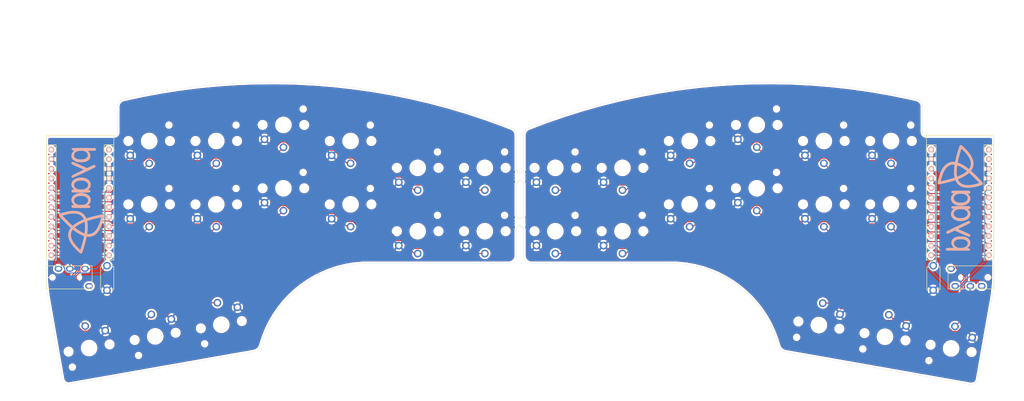
<source format=kicad_pcb>
(kicad_pcb (version 20171130) (host pcbnew "(5.1.9)-1")
  (layers (0 F.Cu signal) (31 B.Cu signal) (34 B.Paste user) (35 F.Paste user) (36 B.SilkS user) (37 F.SilkS user) (38 B.Mask user) (39 F.Mask user) (44 Edge.Cuts user))
  (net 0 "")
  (net 1 VDD)
  (net 2 GND)
  (net 3 "Net-(K0-Pad1)")
  (net 4 "Net-(K1-Pad1)")
  (net 5 "Net-(KA1-Pad1)")
  (net 6 "Net-(KHL1-Pad1)")
  (net 7 "Net-(KKL1-Pad1)")
  (net 8 "Net-(KN1-Pad1)")
  (net 9 "Net-(KO1-Pad1)")
  (net 10 "Net-(KPL1-Pad1)")
  (net 11 "Net-(KRL1-Pad1)")
  (net 12 "Net-(KST1-Pad1)")
  (net 13 "Net-(KST2-Pad1)")
  (net 14 "Net-(KTL1-Pad1)")
  (net 15 "Net-(KWL1-Pad1)")
  (net 16 "Net-(SW1-Pad1)")
  (net 17 "Net-(U1-Pad24)")
  (net 18 "Net-(U1-Pad2)")
  (net 19 "Net-(KBR1-Pad1)")
  (net 20 "Net-(KDR1-Pad1)")
  (net 21 "Net-(KER1-Pad1)")
  (net 22 "Net-(KFR1-Pad1)")
  (net 23 "Net-(KGR1-Pad1)")
  (net 24 "Net-(KLR1-Pad1)")
  (net 25 "Net-(KN2-Pad1)")
  (net 26 "Net-(KPR1-Pad1)")
  (net 27 "Net-(KRR1-Pad1)")
  (net 28 "Net-(KSL1-Pad1)")
  (net 29 "Net-(KSL2-Pad1)")
  (net 30 "Net-(KSR1-Pad1)")
  (net 31 "Net-(KST3-Pad1)")
  (net 32 "Net-(KST4-Pad1)")
  (net 33 "Net-(KTR1-Pad1)")
  (net 34 "Net-(KUR1-Pad1)")
  (net 35 "Net-(KZR1-Pad1)")
  (net 36 "Net-(SW2-Pad1)")
  (net 37 "Net-(U2-Pad24)")
  (net 38 "Net-(U2-Pad2)")
  (net 39 "Net-(U1-Pad1)")
  (net 40 "Net-(J2-PadS)")
  (net 41 "Net-(U2-Pad1)")
  (net 42 "Net-(J1-PadS)")
  (net 43 "Net-(J1-PadT)")
  (net 44 "Net-(J2-PadT)")
  (module Panelization:mouse-bite-2mm-slot (layer F.Cu) (at 149 61 90)
    (fp_text reference mouse-bite-2mm-slot hide)
    (fp_text value VAL** hide)
    (pad "" np_thru_hole circle (at 0 -0.75 90) (size 0.5 0.5) (drill 0.5) (layers *.Cu *.Mask))
    (pad "" np_thru_hole circle (at 0 0.75 90) (size 0.5 0.5) (drill 0.5) (layers *.Cu *.Mask))
    (pad "" np_thru_hole circle (at 0.75 -0.75 90) (size 0.5 0.5) (drill 0.5) (layers *.Cu *.Mask))
    (pad "" np_thru_hole circle (at -0.75 -0.75 90) (size 0.5 0.5) (drill 0.5) (layers *.Cu *.Mask))
    (pad "" np_thru_hole circle (at -0.75 0.75 90) (size 0.5 0.5) (drill 0.5) (layers *.Cu *.Mask))
    (pad "" np_thru_hole circle (at 0.75 0.75 90) (size 0.5 0.5) (drill 0.5) (layers *.Cu *.Mask))
  )
  (module Panelization:mouse-bite-2mm-slot (layer F.Cu) (at 149 73 90)
    (fp_text reference mouse-bite-2mm-slot hide)
    (fp_text value VAL** hide)
    (pad "" np_thru_hole circle (at 0.75 0.75 90) (size 0.5 0.5) (drill 0.5) (layers *.Cu *.Mask))
    (pad "" np_thru_hole circle (at -0.75 0.75 90) (size 0.5 0.5) (drill 0.5) (layers *.Cu *.Mask))
    (pad "" np_thru_hole circle (at -0.75 -0.75 90) (size 0.5 0.5) (drill 0.5) (layers *.Cu *.Mask))
    (pad "" np_thru_hole circle (at 0.75 -0.75 90) (size 0.5 0.5) (drill 0.5) (layers *.Cu *.Mask))
    (pad "" np_thru_hole circle (at 0 0.75 90) (size 0.5 0.5) (drill 0.5) (layers *.Cu *.Mask))
    (pad "" np_thru_hole circle (at 0 -0.75 90) (size 0.5 0.5) (drill 0.5) (layers *.Cu *.Mask))
  )
  (module Keebio-Parts:TRRS-PJ-320A (layer F.Cu) (at 274.25 87.59 270)
    (fp_text reference J2 hide)
    (fp_text value MJ-4PP-9 hide)
    (pad T thru_hole oval (at -2.3 11.3 270) (size 1.6 2) (drill oval 0.9 1.3) (layers *.Cu *.Mask) (net 44 "Net-(J2-PadT)"))
    (pad S thru_hole oval (at 2.3 10.2 270) (size 1.6 2) (drill oval 0.9 1.3) (layers *.Cu *.Mask) (net 40 "Net-(J2-PadS)"))
    (pad R1 thru_hole oval (at 2.3 3.2 270) (size 1.6 2) (drill oval 0.9 1.3) (layers *.Cu *.Mask) (net 1 VDD))
    (pad "" np_thru_hole circle (at 0 8.6 270) (size 0.8 0.8) (drill 0.8) (layers *.Cu *.Mask))
    (pad "" np_thru_hole circle (at 0 1.6 270) (size 0.8 0.8) (drill 0.8) (layers *.Cu *.Mask))
    (pad R2 thru_hole oval (at 2.3 6.2 270) (size 1.6 2) (drill oval 0.9 1.3) (layers *.Cu *.Mask) (net 2 GND))
  )
  (module Keebio-Parts:TRRS-PJ-320A (layer F.Cu) (at 23.75 87.590001 90)
    (fp_text reference J1)
    (fp_text value MJ-4PP-9)
    (pad T thru_hole oval (at -2.3 11.3 90) (size 1.6 2) (drill oval 0.9 1.3) (layers *.Cu *.Mask) (net 43 "Net-(J1-PadT)"))
    (pad S thru_hole oval (at 2.3 10.2 90) (size 1.6 2) (drill oval 0.9 1.3) (layers *.Cu *.Mask) (net 42 "Net-(J1-PadS)"))
    (pad R1 thru_hole oval (at 2.3 3.2 90) (size 1.6 2) (drill oval 0.9 1.3) (layers *.Cu *.Mask) (net 1 VDD))
    (pad "" np_thru_hole circle (at 0 8.6 90) (size 0.8 0.8) (drill 0.8) (layers *.Cu *.Mask))
    (pad "" np_thru_hole circle (at 0 1.6 90) (size 0.8 0.8) (drill 0.8) (layers *.Cu *.Mask))
    (pad R2 thru_hole oval (at 2.3 6.2 90) (size 1.6 2) (drill oval 0.9 1.3) (layers *.Cu *.Mask) (net 2 GND))
  )
  (module dolores:flora (layer B.Cu) (at 32.95 75.690001 270)
    (fp_text reference G*** hide)
    (fp_text value LOGO hide)
  )
  (module dolores:pyaa (layer B.Cu) (at 33.54 61.240001 270)
    (fp_text reference G*** hide)
    (fp_text value LOGO hide)
  )
  (module dolores:pyaa (layer B.Cu) (at 264.87 72.66 90)
    (fp_text reference G*** hide)
    (fp_text value LOGO hide)
  )
  (module dolores:flora (layer B.Cu) (at 265.46 58.21 90)
    (fp_text reference G*** hide)
    (fp_text value LOGO hide)
  )
  (module Lily58-footprint:TACT_SWITCH_TVBP06 (layer F.Cu) (at 258.23 87.74 270)
    (fp_text reference SW2 hide)
    (fp_text value SW_PUSH)
    (pad 1 thru_hole circle (at -3.25 0 270) (size 2 2) (drill 1.3) (layers *.Cu *.Mask) (net 36 "Net-(SW2-Pad1)"))
    (pad 2 thru_hole circle (at 3.25 0 270) (size 2 2) (drill 1.3) (layers *.Cu *.Mask) (net 2 GND))
  )
  (module Lily58-footprint:TACT_SWITCH_TVBP06 (layer F.Cu) (at 39.77 87.740001 270)
    (fp_text reference SW1 hide)
    (fp_text value SW_PUSH)
    (pad 1 thru_hole circle (at -3.25 0 270) (size 2 2) (drill 1.3) (layers *.Cu *.Mask) (net 16 "Net-(SW1-Pad1)"))
    (pad 2 thru_hole circle (at 3.25 0 270) (size 2 2) (drill 1.3) (layers *.Cu *.Mask) (net 2 GND))
  )
  (module switches:Choc_PG1350_Choc_Spacing (layer F.Cu) (at 50.93 68.280001)
    (fp_text reference KST2 hide)
    (fp_text value KEYSW hide)
    (pad "" np_thru_hole circle (at 0 0) (size 3.429 3.429) (drill 3.429) (layers *.Cu *.Mask))
    (pad 2 thru_hole circle (at -5 3.8) (size 2.032 2.032) (drill 1.27) (layers *.Cu *.Mask) (net 2 GND))
    (pad 1 thru_hole circle (at 0 5.9) (size 2.032 2.032) (drill 1.27) (layers *.Cu *.Mask) (net 13 "Net-(KST2-Pad1)"))
    (pad "" np_thru_hole circle (at 5.22 -4.2) (size 0.9906 0.9906) (drill 0.9906) (layers *.Cu *.Mask))
    (pad "" np_thru_hole circle (at 5.5 0) (size 1.7018 1.7018) (drill 1.7018) (layers *.Cu *.Mask))
    (pad "" np_thru_hole circle (at -5.5 0) (size 1.7018 1.7018) (drill 1.7018) (layers *.Cu *.Mask))
  )
  (module switches:Choc_PG1350_Choc_Spacing (layer F.Cu) (at 68.68 51.530001)
    (fp_text reference KHL1 hide)
    (fp_text value KEYSW hide)
    (pad "" np_thru_hole circle (at 0 0) (size 3.429 3.429) (drill 3.429) (layers *.Cu *.Mask))
    (pad 2 thru_hole circle (at -5 3.8) (size 2.032 2.032) (drill 1.27) (layers *.Cu *.Mask) (net 2 GND))
    (pad 1 thru_hole circle (at 0 5.9) (size 2.032 2.032) (drill 1.27) (layers *.Cu *.Mask) (net 6 "Net-(KHL1-Pad1)"))
    (pad "" np_thru_hole circle (at 5.22 -4.2) (size 0.9906 0.9906) (drill 0.9906) (layers *.Cu *.Mask))
    (pad "" np_thru_hole circle (at 5.5 0) (size 1.7018 1.7018) (drill 1.7018) (layers *.Cu *.Mask))
    (pad "" np_thru_hole circle (at -5.5 0) (size 1.7018 1.7018) (drill 1.7018) (layers *.Cu *.Mask))
  )
  (module switches:Choc_PG1350_Choc_Spacing (layer F.Cu) (at 70.006531 100.103643 190)
    (fp_text reference KN1 hide)
    (fp_text value KEYSW hide)
    (pad "" np_thru_hole circle (at 0 0 190) (size 3.429 3.429) (drill 3.429) (layers *.Cu *.Mask))
    (pad 2 thru_hole circle (at -5 3.8 190) (size 2.032 2.032) (drill 1.27) (layers *.Cu *.Mask) (net 2 GND))
    (pad 1 thru_hole circle (at 0 5.9 190) (size 2.032 2.032) (drill 1.27) (layers *.Cu *.Mask) (net 8 "Net-(KN1-Pad1)"))
    (pad "" np_thru_hole circle (at 5.22 -4.2 190) (size 0.9906 0.9906) (drill 0.9906) (layers *.Cu *.Mask))
    (pad "" np_thru_hole circle (at 5.5 0 190) (size 1.7018 1.7018) (drill 1.7018) (layers *.Cu *.Mask))
    (pad "" np_thru_hole circle (at -5.5 0 190) (size 1.7018 1.7018) (drill 1.7018) (layers *.Cu *.Mask))
  )
  (module Lily58-footprint:ProMicro_rev (layer B.Cu) (at 32.68 67.770001 180)
    (fp_text reference U1 hide)
    (fp_text value ProMicro hide)
    (pad 24 thru_hole circle (at 7.62 13.97 180) (size 1.524 1.524) (drill 0.8128) (layers *.Cu *.Mask B.SilkS) (net 17 "Net-(U1-Pad24)"))
    (pad 23 thru_hole circle (at 7.62 11.43 180) (size 1.524 1.524) (drill 0.8128) (layers *.Cu *.Mask B.SilkS) (net 2 GND))
    (pad 22 thru_hole circle (at 7.62 8.89 180) (size 1.524 1.524) (drill 0.8128) (layers *.Cu *.Mask B.SilkS) (net 16 "Net-(SW1-Pad1)"))
    (pad 21 thru_hole circle (at 7.62 6.35 180) (size 1.524 1.524) (drill 0.8128) (layers *.Cu *.Mask B.SilkS) (net 1 VDD))
    (pad 20 thru_hole circle (at 7.62 3.81 180) (size 1.524 1.524) (drill 0.8128) (layers *.Cu *.Mask B.SilkS) (net 3 "Net-(K0-Pad1)"))
    (pad 19 thru_hole circle (at 7.62 1.27 180) (size 1.524 1.524) (drill 0.8128) (layers *.Cu *.Mask B.SilkS) (net 14 "Net-(KTL1-Pad1)"))
    (pad 18 thru_hole circle (at 7.62 -1.27 180) (size 1.524 1.524) (drill 0.8128) (layers *.Cu *.Mask B.SilkS) (net 6 "Net-(KHL1-Pad1)"))
    (pad 17 thru_hole circle (at 7.62 -3.81 180) (size 1.524 1.524) (drill 0.8128) (layers *.Cu *.Mask B.SilkS) (net 4 "Net-(K1-Pad1)"))
    (pad 16 thru_hole circle (at 7.62 -6.35 180) (size 1.524 1.524) (drill 0.8128) (layers *.Cu *.Mask B.SilkS) (net 7 "Net-(KKL1-Pad1)"))
    (pad 15 thru_hole circle (at 7.62 -8.89 180) (size 1.524 1.524) (drill 0.8128) (layers *.Cu *.Mask B.SilkS) (net 11 "Net-(KRL1-Pad1)"))
    (pad 14 thru_hole circle (at 7.62 -11.43 180) (size 1.524 1.524) (drill 0.8128) (layers *.Cu *.Mask B.SilkS) (net 5 "Net-(KA1-Pad1)"))
    (pad 13 thru_hole circle (at 7.62 -13.97 180) (size 1.524 1.524) (drill 0.8128) (layers *.Cu *.Mask B.SilkS) (net 8 "Net-(KN1-Pad1)"))
    (pad 12 thru_hole circle (at -7.62 -13.97 180) (size 1.524 1.524) (drill 0.8128) (layers *.Cu *.Mask B.SilkS) (net 9 "Net-(KO1-Pad1)"))
    (pad 11 thru_hole circle (at -7.62 -11.43 180) (size 1.524 1.524) (drill 0.8128) (layers *.Cu *.Mask B.SilkS) (net 13 "Net-(KST2-Pad1)"))
    (pad 10 thru_hole circle (at -7.62 -8.89 180) (size 1.524 1.524) (drill 0.8128) (layers *.Cu *.Mask B.SilkS) (net 15 "Net-(KWL1-Pad1)"))
    (pad 9 thru_hole circle (at -7.62 -6.35 180) (size 1.524 1.524) (drill 0.8128) (layers *.Cu *.Mask B.SilkS) (net 29 "Net-(KSL2-Pad1)"))
    (pad 8 thru_hole circle (at -7.62 -3.81 180) (size 1.524 1.524) (drill 0.8128) (layers *.Cu *.Mask B.SilkS) (net 12 "Net-(KST1-Pad1)"))
    (pad 7 thru_hole circle (at -7.62 -1.27 180) (size 1.524 1.524) (drill 0.8128) (layers *.Cu *.Mask B.SilkS) (net 10 "Net-(KPL1-Pad1)"))
    (pad 6 thru_hole circle (at -7.62 1.27 180) (size 1.524 1.524) (drill 0.8128) (layers *.Cu *.Mask B.SilkS) (net 28 "Net-(KSL1-Pad1)"))
    (pad 5 thru_hole circle (at -7.62 3.81 180) (size 1.524 1.524) (drill 0.8128) (layers *.Cu *.Mask B.SilkS) (net 42 "Net-(J1-PadS)"))
    (pad 4 thru_hole circle (at -7.62 6.35 180) (size 1.524 1.524) (drill 0.8128) (layers *.Cu *.Mask B.SilkS) (net 2 GND))
    (pad 3 thru_hole circle (at -7.62 8.89 180) (size 1.524 1.524) (drill 0.8128) (layers *.Cu *.Mask B.SilkS) (net 2 GND))
    (pad 2 thru_hole circle (at -7.62 11.43 180) (size 1.524 1.524) (drill 0.8128) (layers *.Cu *.Mask B.SilkS) (net 18 "Net-(U1-Pad2)"))
    (pad 1 thru_hole circle (at -7.62 13.97 180) (size 1.524 1.524) (drill 0.8128) (layers *.Cu *.Mask B.SilkS) (net 39 "Net-(U1-Pad1)"))
  )
  (module Lily58-footprint:ProMicro_rev (layer B.Cu) (at 265.32 67.77 180)
    (fp_text reference U2 hide)
    (fp_text value ProMicro hide)
    (pad 24 thru_hole circle (at 7.62 13.97 180) (size 1.524 1.524) (drill 0.8128) (layers *.Cu *.Mask B.SilkS) (net 37 "Net-(U2-Pad24)"))
    (pad 23 thru_hole circle (at 7.62 11.43 180) (size 1.524 1.524) (drill 0.8128) (layers *.Cu *.Mask B.SilkS) (net 2 GND))
    (pad 22 thru_hole circle (at 7.62 8.89 180) (size 1.524 1.524) (drill 0.8128) (layers *.Cu *.Mask B.SilkS) (net 36 "Net-(SW2-Pad1)"))
    (pad 21 thru_hole circle (at 7.62 6.35 180) (size 1.524 1.524) (drill 0.8128) (layers *.Cu *.Mask B.SilkS) (net 1 VDD))
    (pad 20 thru_hole circle (at 7.62 3.81 180) (size 1.524 1.524) (drill 0.8128) (layers *.Cu *.Mask B.SilkS) (net 20 "Net-(KDR1-Pad1)"))
    (pad 19 thru_hole circle (at 7.62 1.27 180) (size 1.524 1.524) (drill 0.8128) (layers *.Cu *.Mask B.SilkS) (net 24 "Net-(KLR1-Pad1)"))
    (pad 18 thru_hole circle (at 7.62 -1.27 180) (size 1.524 1.524) (drill 0.8128) (layers *.Cu *.Mask B.SilkS) (net 22 "Net-(KFR1-Pad1)"))
    (pad 17 thru_hole circle (at 7.62 -3.81 180) (size 1.524 1.524) (drill 0.8128) (layers *.Cu *.Mask B.SilkS) (net 35 "Net-(KZR1-Pad1)"))
    (pad 16 thru_hole circle (at 7.62 -6.35 180) (size 1.524 1.524) (drill 0.8128) (layers *.Cu *.Mask B.SilkS) (net 23 "Net-(KGR1-Pad1)"))
    (pad 15 thru_hole circle (at 7.62 -8.89 180) (size 1.524 1.524) (drill 0.8128) (layers *.Cu *.Mask B.SilkS) (net 27 "Net-(KRR1-Pad1)"))
    (pad 14 thru_hole circle (at 7.62 -11.43 180) (size 1.524 1.524) (drill 0.8128) (layers *.Cu *.Mask B.SilkS) (net 34 "Net-(KUR1-Pad1)"))
    (pad 13 thru_hole circle (at 7.62 -13.97 180) (size 1.524 1.524) (drill 0.8128) (layers *.Cu *.Mask B.SilkS) (net 21 "Net-(KER1-Pad1)"))
    (pad 12 thru_hole circle (at -7.62 -13.97 180) (size 1.524 1.524) (drill 0.8128) (layers *.Cu *.Mask B.SilkS) (net 25 "Net-(KN2-Pad1)"))
    (pad 11 thru_hole circle (at -7.62 -11.43 180) (size 1.524 1.524) (drill 0.8128) (layers *.Cu *.Mask B.SilkS) (net 32 "Net-(KST4-Pad1)"))
    (pad 10 thru_hole circle (at -7.62 -8.89 180) (size 1.524 1.524) (drill 0.8128) (layers *.Cu *.Mask B.SilkS) (net 19 "Net-(KBR1-Pad1)"))
    (pad 9 thru_hole circle (at -7.62 -6.35 180) (size 1.524 1.524) (drill 0.8128) (layers *.Cu *.Mask B.SilkS) (net 30 "Net-(KSR1-Pad1)"))
    (pad 8 thru_hole circle (at -7.62 -3.81 180) (size 1.524 1.524) (drill 0.8128) (layers *.Cu *.Mask B.SilkS) (net 31 "Net-(KST3-Pad1)"))
    (pad 7 thru_hole circle (at -7.62 -1.27 180) (size 1.524 1.524) (drill 0.8128) (layers *.Cu *.Mask B.SilkS) (net 26 "Net-(KPR1-Pad1)"))
    (pad 6 thru_hole circle (at -7.62 1.27 180) (size 1.524 1.524) (drill 0.8128) (layers *.Cu *.Mask B.SilkS) (net 33 "Net-(KTR1-Pad1)"))
    (pad 5 thru_hole circle (at -7.62 3.81 180) (size 1.524 1.524) (drill 0.8128) (layers *.Cu *.Mask B.SilkS) (net 40 "Net-(J2-PadS)"))
    (pad 4 thru_hole circle (at -7.62 6.35 180) (size 1.524 1.524) (drill 0.8128) (layers *.Cu *.Mask B.SilkS) (net 2 GND))
    (pad 3 thru_hole circle (at -7.62 8.89 180) (size 1.524 1.524) (drill 0.8128) (layers *.Cu *.Mask B.SilkS) (net 2 GND))
    (pad 2 thru_hole circle (at -7.62 11.43 180) (size 1.524 1.524) (drill 0.8128) (layers *.Cu *.Mask B.SilkS) (net 38 "Net-(U2-Pad2)"))
    (pad 1 thru_hole circle (at -7.62 13.97 180) (size 1.524 1.524) (drill 0.8128) (layers *.Cu *.Mask B.SilkS) (net 41 "Net-(U2-Pad1)"))
  )
  (module switches:Choc_PG1350_Choc_Spacing (layer F.Cu) (at 211.57 64.03)
    (fp_text reference KBR1 hide)
    (fp_text value KEYSW hide)
    (pad "" np_thru_hole circle (at 0 0) (size 3.429 3.429) (drill 3.429) (layers *.Cu *.Mask))
    (pad 2 thru_hole circle (at -5 3.8) (size 2.032 2.032) (drill 1.27) (layers *.Cu *.Mask) (net 2 GND))
    (pad 1 thru_hole circle (at 0 5.9) (size 2.032 2.032) (drill 1.27) (layers *.Cu *.Mask) (net 19 "Net-(KBR1-Pad1)"))
    (pad "" np_thru_hole circle (at 5.22 -4.2) (size 0.9906 0.9906) (drill 0.9906) (layers *.Cu *.Mask))
    (pad "" np_thru_hole circle (at 5.5 0) (size 1.7018 1.7018) (drill 1.7018) (layers *.Cu *.Mask))
    (pad "" np_thru_hole circle (at -5.5 0) (size 1.7018 1.7018) (drill 1.7018) (layers *.Cu *.Mask))
  )
  (module switches:Choc_PG1350_Choc_Spacing (layer F.Cu) (at 193.82 51.53)
    (fp_text reference KLR1 hide)
    (fp_text value KEYSW hide)
    (pad "" np_thru_hole circle (at 0 0) (size 3.429 3.429) (drill 3.429) (layers *.Cu *.Mask))
    (pad 2 thru_hole circle (at -5 3.8) (size 2.032 2.032) (drill 1.27) (layers *.Cu *.Mask) (net 2 GND))
    (pad 1 thru_hole circle (at 0 5.9) (size 2.032 2.032) (drill 1.27) (layers *.Cu *.Mask) (net 24 "Net-(KLR1-Pad1)"))
    (pad "" np_thru_hole circle (at 5.22 -4.2) (size 0.9906 0.9906) (drill 0.9906) (layers *.Cu *.Mask))
    (pad "" np_thru_hole circle (at 5.5 0) (size 1.7018 1.7018) (drill 1.7018) (layers *.Cu *.Mask))
    (pad "" np_thru_hole circle (at -5.5 0) (size 1.7018 1.7018) (drill 1.7018) (layers *.Cu *.Mask))
  )
  (module switches:Choc_PG1350_Choc_Spacing (layer F.Cu) (at 176.07 58.63)
    (fp_text reference KTR1 hide)
    (fp_text value KEYSW hide)
    (pad "" np_thru_hole circle (at 0 0) (size 3.429 3.429) (drill 3.429) (layers *.Cu *.Mask))
    (pad 2 thru_hole circle (at -5 3.8) (size 2.032 2.032) (drill 1.27) (layers *.Cu *.Mask) (net 2 GND))
    (pad 1 thru_hole circle (at 0 5.9) (size 2.032 2.032) (drill 1.27) (layers *.Cu *.Mask) (net 33 "Net-(KTR1-Pad1)"))
    (pad "" np_thru_hole circle (at 5.22 -4.2) (size 0.9906 0.9906) (drill 0.9906) (layers *.Cu *.Mask))
    (pad "" np_thru_hole circle (at 5.5 0) (size 1.7018 1.7018) (drill 1.7018) (layers *.Cu *.Mask))
    (pad "" np_thru_hole circle (at -5.5 0) (size 1.7018 1.7018) (drill 1.7018) (layers *.Cu *.Mask))
  )
  (module switches:Choc_PG1350_Choc_Spacing (layer F.Cu) (at 247.07 68.28)
    (fp_text reference KST4 hide)
    (fp_text value KEYSW hide)
    (pad "" np_thru_hole circle (at 0 0) (size 3.429 3.429) (drill 3.429) (layers *.Cu *.Mask))
    (pad 2 thru_hole circle (at -5 3.8) (size 2.032 2.032) (drill 1.27) (layers *.Cu *.Mask) (net 2 GND))
    (pad 1 thru_hole circle (at 0 5.9) (size 2.032 2.032) (drill 1.27) (layers *.Cu *.Mask) (net 32 "Net-(KST4-Pad1)"))
    (pad "" np_thru_hole circle (at 5.22 -4.2) (size 0.9906 0.9906) (drill 0.9906) (layers *.Cu *.Mask))
    (pad "" np_thru_hole circle (at 5.5 0) (size 1.7018 1.7018) (drill 1.7018) (layers *.Cu *.Mask))
    (pad "" np_thru_hole circle (at -5.5 0) (size 1.7018 1.7018) (drill 1.7018) (layers *.Cu *.Mask))
  )
  (module switches:Choc_PG1350_Choc_Spacing (layer F.Cu) (at 247.07 51.53)
    (fp_text reference KST3 hide)
    (fp_text value KEYSW hide)
    (pad "" np_thru_hole circle (at 0 0) (size 3.429 3.429) (drill 3.429) (layers *.Cu *.Mask))
    (pad 2 thru_hole circle (at -5 3.8) (size 2.032 2.032) (drill 1.27) (layers *.Cu *.Mask) (net 2 GND))
    (pad 1 thru_hole circle (at 0 5.9) (size 2.032 2.032) (drill 1.27) (layers *.Cu *.Mask) (net 31 "Net-(KST3-Pad1)"))
    (pad "" np_thru_hole circle (at 5.22 -4.2) (size 0.9906 0.9906) (drill 0.9906) (layers *.Cu *.Mask))
    (pad "" np_thru_hole circle (at 5.5 0) (size 1.7018 1.7018) (drill 1.7018) (layers *.Cu *.Mask))
    (pad "" np_thru_hole circle (at -5.5 0) (size 1.7018 1.7018) (drill 1.7018) (layers *.Cu *.Mask))
  )
  (module switches:Choc_PG1350_Choc_Spacing (layer F.Cu) (at 176.07 75.38)
    (fp_text reference KSR1 hide)
    (fp_text value KEYSW hide)
    (pad "" np_thru_hole circle (at 0 0) (size 3.429 3.429) (drill 3.429) (layers *.Cu *.Mask))
    (pad 2 thru_hole circle (at -5 3.8) (size 2.032 2.032) (drill 1.27) (layers *.Cu *.Mask) (net 2 GND))
    (pad 1 thru_hole circle (at 0 5.9) (size 2.032 2.032) (drill 1.27) (layers *.Cu *.Mask) (net 30 "Net-(KSR1-Pad1)"))
    (pad "" np_thru_hole circle (at 5.22 -4.2) (size 0.9906 0.9906) (drill 0.9906) (layers *.Cu *.Mask))
    (pad "" np_thru_hole circle (at 5.5 0) (size 1.7018 1.7018) (drill 1.7018) (layers *.Cu *.Mask))
    (pad "" np_thru_hole circle (at -5.5 0) (size 1.7018 1.7018) (drill 1.7018) (layers *.Cu *.Mask))
  )
  (module switches:Choc_PG1350_Choc_Spacing (layer F.Cu) (at 229.32 68.28)
    (fp_text reference KRR1 hide)
    (fp_text value KEYSW hide)
    (pad "" np_thru_hole circle (at 0 0) (size 3.429 3.429) (drill 3.429) (layers *.Cu *.Mask))
    (pad 2 thru_hole circle (at -5 3.8) (size 2.032 2.032) (drill 1.27) (layers *.Cu *.Mask) (net 2 GND))
    (pad 1 thru_hole circle (at 0 5.9) (size 2.032 2.032) (drill 1.27) (layers *.Cu *.Mask) (net 27 "Net-(KRR1-Pad1)"))
    (pad "" np_thru_hole circle (at 5.22 -4.2) (size 0.9906 0.9906) (drill 0.9906) (layers *.Cu *.Mask))
    (pad "" np_thru_hole circle (at 5.5 0) (size 1.7018 1.7018) (drill 1.7018) (layers *.Cu *.Mask))
    (pad "" np_thru_hole circle (at -5.5 0) (size 1.7018 1.7018) (drill 1.7018) (layers *.Cu *.Mask))
  )
  (module switches:Choc_PG1350_Choc_Spacing (layer F.Cu) (at 211.57 47.28)
    (fp_text reference KPR1 hide)
    (fp_text value KEYSW hide)
    (pad "" np_thru_hole circle (at 0 0) (size 3.429 3.429) (drill 3.429) (layers *.Cu *.Mask))
    (pad 2 thru_hole circle (at -5 3.8) (size 2.032 2.032) (drill 1.27) (layers *.Cu *.Mask) (net 2 GND))
    (pad 1 thru_hole circle (at 0 5.9) (size 2.032 2.032) (drill 1.27) (layers *.Cu *.Mask) (net 26 "Net-(KPR1-Pad1)"))
    (pad "" np_thru_hole circle (at 5.22 -4.2) (size 0.9906 0.9906) (drill 0.9906) (layers *.Cu *.Mask))
    (pad "" np_thru_hole circle (at 5.5 0) (size 1.7018 1.7018) (drill 1.7018) (layers *.Cu *.Mask))
    (pad "" np_thru_hole circle (at -5.5 0) (size 1.7018 1.7018) (drill 1.7018) (layers *.Cu *.Mask))
  )
  (module switches:Choc_PG1350_Choc_Spacing (layer F.Cu) (at 262.954144 106.368154 170)
    (fp_text reference KER1 hide)
    (fp_text value KEYSW hide)
    (pad "" np_thru_hole circle (at 0 0 170) (size 3.429 3.429) (drill 3.429) (layers *.Cu *.Mask))
    (pad 2 thru_hole circle (at -5 3.8 170) (size 2.032 2.032) (drill 1.27) (layers *.Cu *.Mask) (net 2 GND))
    (pad 1 thru_hole circle (at 0 5.9 170) (size 2.032 2.032) (drill 1.27) (layers *.Cu *.Mask) (net 21 "Net-(KER1-Pad1)"))
    (pad "" np_thru_hole circle (at 5.22 -4.2 170) (size 0.9906 0.9906) (drill 0.9906) (layers *.Cu *.Mask))
    (pad "" np_thru_hole circle (at 5.5 0 170) (size 1.7018 1.7018) (drill 1.7018) (layers *.Cu *.Mask))
    (pad "" np_thru_hole circle (at -5.5 0 170) (size 1.7018 1.7018) (drill 1.7018) (layers *.Cu *.Mask))
  )
  (module switches:Choc_PG1350_Choc_Spacing (layer F.Cu) (at 227.993469 100.203642 170)
    (fp_text reference KN2 hide)
    (fp_text value KEYSW hide)
    (pad "" np_thru_hole circle (at 0 0 170) (size 3.429 3.429) (drill 3.429) (layers *.Cu *.Mask))
    (pad 2 thru_hole circle (at -5 3.8 170) (size 2.032 2.032) (drill 1.27) (layers *.Cu *.Mask) (net 2 GND))
    (pad 1 thru_hole circle (at 0 5.9 170) (size 2.032 2.032) (drill 1.27) (layers *.Cu *.Mask) (net 25 "Net-(KN2-Pad1)"))
    (pad "" np_thru_hole circle (at 5.22 -4.2 170) (size 0.9906 0.9906) (drill 0.9906) (layers *.Cu *.Mask))
    (pad "" np_thru_hole circle (at 5.5 0 170) (size 1.7018 1.7018) (drill 1.7018) (layers *.Cu *.Mask))
    (pad "" np_thru_hole circle (at -5.5 0 170) (size 1.7018 1.7018) (drill 1.7018) (layers *.Cu *.Mask))
  )
  (module switches:Choc_PG1350_Choc_Spacing (layer F.Cu) (at 158.32 75.38)
    (fp_text reference KZR1 hide)
    (fp_text value KEYSW hide)
    (pad "" np_thru_hole circle (at 0 0) (size 3.429 3.429) (drill 3.429) (layers *.Cu *.Mask))
    (pad 2 thru_hole circle (at -5 3.8) (size 2.032 2.032) (drill 1.27) (layers *.Cu *.Mask) (net 2 GND))
    (pad 1 thru_hole circle (at 0 5.9) (size 2.032 2.032) (drill 1.27) (layers *.Cu *.Mask) (net 35 "Net-(KZR1-Pad1)"))
    (pad "" np_thru_hole circle (at 5.22 -4.2) (size 0.9906 0.9906) (drill 0.9906) (layers *.Cu *.Mask))
    (pad "" np_thru_hole circle (at 5.5 0) (size 1.7018 1.7018) (drill 1.7018) (layers *.Cu *.Mask))
    (pad "" np_thru_hole circle (at -5.5 0) (size 1.7018 1.7018) (drill 1.7018) (layers *.Cu *.Mask))
  )
  (module switches:Choc_PG1350_Choc_Spacing (layer F.Cu) (at 193.82 68.28)
    (fp_text reference KGR1 hide)
    (fp_text value KEYSW hide)
    (pad "" np_thru_hole circle (at 0 0) (size 3.429 3.429) (drill 3.429) (layers *.Cu *.Mask))
    (pad 2 thru_hole circle (at -5 3.8) (size 2.032 2.032) (drill 1.27) (layers *.Cu *.Mask) (net 2 GND))
    (pad 1 thru_hole circle (at 0 5.9) (size 2.032 2.032) (drill 1.27) (layers *.Cu *.Mask) (net 23 "Net-(KGR1-Pad1)"))
    (pad "" np_thru_hole circle (at 5.22 -4.2) (size 0.9906 0.9906) (drill 0.9906) (layers *.Cu *.Mask))
    (pad "" np_thru_hole circle (at 5.5 0) (size 1.7018 1.7018) (drill 1.7018) (layers *.Cu *.Mask))
    (pad "" np_thru_hole circle (at -5.5 0) (size 1.7018 1.7018) (drill 1.7018) (layers *.Cu *.Mask))
  )
  (module switches:Choc_PG1350_Choc_Spacing (layer F.Cu) (at 229.32 51.53)
    (fp_text reference KFR1 hide)
    (fp_text value KEYSW hide)
    (pad "" np_thru_hole circle (at 0 0) (size 3.429 3.429) (drill 3.429) (layers *.Cu *.Mask))
    (pad 2 thru_hole circle (at -5 3.8) (size 2.032 2.032) (drill 1.27) (layers *.Cu *.Mask) (net 2 GND))
    (pad 1 thru_hole circle (at 0 5.9) (size 2.032 2.032) (drill 1.27) (layers *.Cu *.Mask) (net 22 "Net-(KFR1-Pad1)"))
    (pad "" np_thru_hole circle (at 5.22 -4.2) (size 0.9906 0.9906) (drill 0.9906) (layers *.Cu *.Mask))
    (pad "" np_thru_hole circle (at 5.5 0) (size 1.7018 1.7018) (drill 1.7018) (layers *.Cu *.Mask))
    (pad "" np_thru_hole circle (at -5.5 0) (size 1.7018 1.7018) (drill 1.7018) (layers *.Cu *.Mask))
  )
  (module switches:Choc_PG1350_Choc_Spacing (layer F.Cu) (at 245.473807 103.285897 170)
    (fp_text reference KUR1 hide)
    (fp_text value KEYSW hide)
    (pad "" np_thru_hole circle (at -5.5 0 170) (size 1.7018 1.7018) (drill 1.7018) (layers *.Cu *.Mask))
    (pad "" np_thru_hole circle (at 5.5 0 170) (size 1.7018 1.7018) (drill 1.7018) (layers *.Cu *.Mask))
    (pad "" np_thru_hole circle (at 5.22 -4.2 170) (size 0.9906 0.9906) (drill 0.9906) (layers *.Cu *.Mask))
    (pad 1 thru_hole circle (at 0 5.9 170) (size 2.032 2.032) (drill 1.27) (layers *.Cu *.Mask) (net 34 "Net-(KUR1-Pad1)"))
    (pad 2 thru_hole circle (at -5 3.8 170) (size 2.032 2.032) (drill 1.27) (layers *.Cu *.Mask) (net 2 GND))
    (pad "" np_thru_hole circle (at 0 0 170) (size 3.429 3.429) (drill 3.429) (layers *.Cu *.Mask))
  )
  (module switches:Choc_PG1350_Choc_Spacing (layer F.Cu) (at 158.32 58.63)
    (fp_text reference KDR1 hide)
    (fp_text value KEYSW hide)
    (pad "" np_thru_hole circle (at 0 0) (size 3.429 3.429) (drill 3.429) (layers *.Cu *.Mask))
    (pad 2 thru_hole circle (at -5 3.8) (size 2.032 2.032) (drill 1.27) (layers *.Cu *.Mask) (net 2 GND))
    (pad 1 thru_hole circle (at 0 5.9) (size 2.032 2.032) (drill 1.27) (layers *.Cu *.Mask) (net 20 "Net-(KDR1-Pad1)"))
    (pad "" np_thru_hole circle (at 5.22 -4.2) (size 0.9906 0.9906) (drill 0.9906) (layers *.Cu *.Mask))
    (pad "" np_thru_hole circle (at 5.5 0) (size 1.7018 1.7018) (drill 1.7018) (layers *.Cu *.Mask))
    (pad "" np_thru_hole circle (at -5.5 0) (size 1.7018 1.7018) (drill 1.7018) (layers *.Cu *.Mask))
  )
  (module switches:Choc_PG1350_Choc_Spacing (layer F.Cu) (at 86.43 64.030001)
    (fp_text reference KWL1 hide)
    (fp_text value KEYSW hide)
    (pad "" np_thru_hole circle (at 0 0) (size 3.429 3.429) (drill 3.429) (layers *.Cu *.Mask))
    (pad 2 thru_hole circle (at -5 3.8) (size 2.032 2.032) (drill 1.27) (layers *.Cu *.Mask) (net 2 GND))
    (pad 1 thru_hole circle (at 0 5.9) (size 2.032 2.032) (drill 1.27) (layers *.Cu *.Mask) (net 15 "Net-(KWL1-Pad1)"))
    (pad "" np_thru_hole circle (at 5.22 -4.2) (size 0.9906 0.9906) (drill 0.9906) (layers *.Cu *.Mask))
    (pad "" np_thru_hole circle (at 5.5 0) (size 1.7018 1.7018) (drill 1.7018) (layers *.Cu *.Mask))
    (pad "" np_thru_hole circle (at -5.5 0) (size 1.7018 1.7018) (drill 1.7018) (layers *.Cu *.Mask))
  )
  (module switches:Choc_PG1350_Choc_Spacing (layer F.Cu) (at 104.18 51.530001)
    (fp_text reference KTL1 hide)
    (fp_text value KEYSW hide)
    (pad "" np_thru_hole circle (at 0 0) (size 3.429 3.429) (drill 3.429) (layers *.Cu *.Mask))
    (pad 2 thru_hole circle (at -5 3.8) (size 2.032 2.032) (drill 1.27) (layers *.Cu *.Mask) (net 2 GND))
    (pad 1 thru_hole circle (at 0 5.9) (size 2.032 2.032) (drill 1.27) (layers *.Cu *.Mask) (net 14 "Net-(KTL1-Pad1)"))
    (pad "" np_thru_hole circle (at 5.22 -4.2) (size 0.9906 0.9906) (drill 0.9906) (layers *.Cu *.Mask))
    (pad "" np_thru_hole circle (at 5.5 0) (size 1.7018 1.7018) (drill 1.7018) (layers *.Cu *.Mask))
    (pad "" np_thru_hole circle (at -5.5 0) (size 1.7018 1.7018) (drill 1.7018) (layers *.Cu *.Mask))
  )
  (module switches:Choc_PG1350_Choc_Spacing (layer F.Cu) (at 50.93 51.530001)
    (fp_text reference KST1 hide)
    (fp_text value KEYSW hide)
    (pad "" np_thru_hole circle (at 0 0) (size 3.429 3.429) (drill 3.429) (layers *.Cu *.Mask))
    (pad 2 thru_hole circle (at -5 3.8) (size 2.032 2.032) (drill 1.27) (layers *.Cu *.Mask) (net 2 GND))
    (pad 1 thru_hole circle (at 0 5.9) (size 2.032 2.032) (drill 1.27) (layers *.Cu *.Mask) (net 12 "Net-(KST1-Pad1)"))
    (pad "" np_thru_hole circle (at 5.22 -4.2) (size 0.9906 0.9906) (drill 0.9906) (layers *.Cu *.Mask))
    (pad "" np_thru_hole circle (at 5.5 0) (size 1.7018 1.7018) (drill 1.7018) (layers *.Cu *.Mask))
    (pad "" np_thru_hole circle (at -5.5 0) (size 1.7018 1.7018) (drill 1.7018) (layers *.Cu *.Mask))
  )
  (module switches:Choc_PG1350_Choc_Spacing (layer F.Cu) (at 121.93 75.380001)
    (fp_text reference KSL2 hide)
    (fp_text value KEYSW hide)
    (pad "" np_thru_hole circle (at 0 0) (size 3.429 3.429) (drill 3.429) (layers *.Cu *.Mask))
    (pad 2 thru_hole circle (at -5 3.8) (size 2.032 2.032) (drill 1.27) (layers *.Cu *.Mask) (net 2 GND))
    (pad 1 thru_hole circle (at 0 5.9) (size 2.032 2.032) (drill 1.27) (layers *.Cu *.Mask) (net 29 "Net-(KSL2-Pad1)"))
    (pad "" np_thru_hole circle (at 5.22 -4.2) (size 0.9906 0.9906) (drill 0.9906) (layers *.Cu *.Mask))
    (pad "" np_thru_hole circle (at 5.5 0) (size 1.7018 1.7018) (drill 1.7018) (layers *.Cu *.Mask))
    (pad "" np_thru_hole circle (at -5.5 0) (size 1.7018 1.7018) (drill 1.7018) (layers *.Cu *.Mask))
  )
  (module switches:Choc_PG1350_Choc_Spacing (layer F.Cu) (at 121.93 58.630001)
    (fp_text reference KSL1 hide)
    (fp_text value KEYSW hide)
    (pad "" np_thru_hole circle (at 0 0) (size 3.429 3.429) (drill 3.429) (layers *.Cu *.Mask))
    (pad 2 thru_hole circle (at -5 3.8) (size 2.032 2.032) (drill 1.27) (layers *.Cu *.Mask) (net 2 GND))
    (pad 1 thru_hole circle (at 0 5.9) (size 2.032 2.032) (drill 1.27) (layers *.Cu *.Mask) (net 28 "Net-(KSL1-Pad1)"))
    (pad "" np_thru_hole circle (at 5.22 -4.2) (size 0.9906 0.9906) (drill 0.9906) (layers *.Cu *.Mask))
    (pad "" np_thru_hole circle (at 5.5 0) (size 1.7018 1.7018) (drill 1.7018) (layers *.Cu *.Mask))
    (pad "" np_thru_hole circle (at -5.5 0) (size 1.7018 1.7018) (drill 1.7018) (layers *.Cu *.Mask))
  )
  (module switches:Choc_PG1350_Choc_Spacing (layer F.Cu) (at 68.68 68.280001)
    (fp_text reference KRL1 hide)
    (fp_text value KEYSW hide)
    (pad "" np_thru_hole circle (at 0 0) (size 3.429 3.429) (drill 3.429) (layers *.Cu *.Mask))
    (pad 2 thru_hole circle (at -5 3.8) (size 2.032 2.032) (drill 1.27) (layers *.Cu *.Mask) (net 2 GND))
    (pad 1 thru_hole circle (at 0 5.9) (size 2.032 2.032) (drill 1.27) (layers *.Cu *.Mask) (net 11 "Net-(KRL1-Pad1)"))
    (pad "" np_thru_hole circle (at 5.22 -4.2) (size 0.9906 0.9906) (drill 0.9906) (layers *.Cu *.Mask))
    (pad "" np_thru_hole circle (at 5.5 0) (size 1.7018 1.7018) (drill 1.7018) (layers *.Cu *.Mask))
    (pad "" np_thru_hole circle (at -5.5 0) (size 1.7018 1.7018) (drill 1.7018) (layers *.Cu *.Mask))
  )
  (module switches:Choc_PG1350_Choc_Spacing (layer F.Cu) (at 86.43 47.280001)
    (fp_text reference KPL1 hide)
    (fp_text value KEYSW hide)
    (pad "" np_thru_hole circle (at 0 0) (size 3.429 3.429) (drill 3.429) (layers *.Cu *.Mask))
    (pad 2 thru_hole circle (at -5 3.8) (size 2.032 2.032) (drill 1.27) (layers *.Cu *.Mask) (net 2 GND))
    (pad 1 thru_hole circle (at 0 5.9) (size 2.032 2.032) (drill 1.27) (layers *.Cu *.Mask) (net 10 "Net-(KPL1-Pad1)"))
    (pad "" np_thru_hole circle (at 5.22 -4.2) (size 0.9906 0.9906) (drill 0.9906) (layers *.Cu *.Mask))
    (pad "" np_thru_hole circle (at 5.5 0) (size 1.7018 1.7018) (drill 1.7018) (layers *.Cu *.Mask))
    (pad "" np_thru_hole circle (at -5.5 0) (size 1.7018 1.7018) (drill 1.7018) (layers *.Cu *.Mask))
  )
  (module switches:Choc_PG1350_Choc_Spacing (layer F.Cu) (at 35.045856 106.268155 190)
    (fp_text reference KO1 hide)
    (fp_text value KEYSW hide)
    (pad "" np_thru_hole circle (at 0 0 190) (size 3.429 3.429) (drill 3.429) (layers *.Cu *.Mask))
    (pad 2 thru_hole circle (at -5 3.8 190) (size 2.032 2.032) (drill 1.27) (layers *.Cu *.Mask) (net 2 GND))
    (pad 1 thru_hole circle (at 0 5.9 190) (size 2.032 2.032) (drill 1.27) (layers *.Cu *.Mask) (net 9 "Net-(KO1-Pad1)"))
    (pad "" np_thru_hole circle (at 5.22 -4.2 190) (size 0.9906 0.9906) (drill 0.9906) (layers *.Cu *.Mask))
    (pad "" np_thru_hole circle (at 5.5 0 190) (size 1.7018 1.7018) (drill 1.7018) (layers *.Cu *.Mask))
    (pad "" np_thru_hole circle (at -5.5 0 190) (size 1.7018 1.7018) (drill 1.7018) (layers *.Cu *.Mask))
  )
  (module switches:Choc_PG1350_Choc_Spacing (layer F.Cu) (at 104.18 68.280001)
    (fp_text reference KKL1 hide)
    (fp_text value KEYSW hide)
    (pad "" np_thru_hole circle (at 0 0) (size 3.429 3.429) (drill 3.429) (layers *.Cu *.Mask))
    (pad 2 thru_hole circle (at -5 3.8) (size 2.032 2.032) (drill 1.27) (layers *.Cu *.Mask) (net 2 GND))
    (pad 1 thru_hole circle (at 0 5.9) (size 2.032 2.032) (drill 1.27) (layers *.Cu *.Mask) (net 7 "Net-(KKL1-Pad1)"))
    (pad "" np_thru_hole circle (at 5.22 -4.2) (size 0.9906 0.9906) (drill 0.9906) (layers *.Cu *.Mask))
    (pad "" np_thru_hole circle (at 5.5 0) (size 1.7018 1.7018) (drill 1.7018) (layers *.Cu *.Mask))
    (pad "" np_thru_hole circle (at -5.5 0) (size 1.7018 1.7018) (drill 1.7018) (layers *.Cu *.Mask))
  )
  (module switches:Choc_PG1350_Choc_Spacing (layer F.Cu) (at 52.526193 103.185898 190)
    (fp_text reference KA1 hide)
    (fp_text value KEYSW hide)
    (pad "" np_thru_hole circle (at 0 0 190) (size 3.429 3.429) (drill 3.429) (layers *.Cu *.Mask))
    (pad 2 thru_hole circle (at -5 3.8 190) (size 2.032 2.032) (drill 1.27) (layers *.Cu *.Mask) (net 2 GND))
    (pad 1 thru_hole circle (at 0 5.9 190) (size 2.032 2.032) (drill 1.27) (layers *.Cu *.Mask) (net 5 "Net-(KA1-Pad1)"))
    (pad "" np_thru_hole circle (at 5.22 -4.2 190) (size 0.9906 0.9906) (drill 0.9906) (layers *.Cu *.Mask))
    (pad "" np_thru_hole circle (at 5.5 0 190) (size 1.7018 1.7018) (drill 1.7018) (layers *.Cu *.Mask))
    (pad "" np_thru_hole circle (at -5.5 0 190) (size 1.7018 1.7018) (drill 1.7018) (layers *.Cu *.Mask))
  )
  (module switches:Choc_PG1350_Choc_Spacing (layer F.Cu) (at 139.68 75.380001)
    (fp_text reference K1 hide)
    (fp_text value KEYSW hide)
    (pad "" np_thru_hole circle (at 0 0) (size 3.429 3.429) (drill 3.429) (layers *.Cu *.Mask))
    (pad 2 thru_hole circle (at -5 3.8) (size 2.032 2.032) (drill 1.27) (layers *.Cu *.Mask) (net 2 GND))
    (pad 1 thru_hole circle (at 0 5.9) (size 2.032 2.032) (drill 1.27) (layers *.Cu *.Mask) (net 4 "Net-(K1-Pad1)"))
    (pad "" np_thru_hole circle (at 5.22 -4.2) (size 0.9906 0.9906) (drill 0.9906) (layers *.Cu *.Mask))
    (pad "" np_thru_hole circle (at 5.5 0) (size 1.7018 1.7018) (drill 1.7018) (layers *.Cu *.Mask))
    (pad "" np_thru_hole circle (at -5.5 0) (size 1.7018 1.7018) (drill 1.7018) (layers *.Cu *.Mask))
  )
  (module switches:Choc_PG1350_Choc_Spacing (layer F.Cu) (at 139.68 58.630001)
    (fp_text reference K0 hide)
    (fp_text value KEYSW hide)
    (pad "" np_thru_hole circle (at 0 0) (size 3.429 3.429) (drill 3.429) (layers *.Cu *.Mask))
    (pad 2 thru_hole circle (at -5 3.8) (size 2.032 2.032) (drill 1.27) (layers *.Cu *.Mask) (net 2 GND))
    (pad 1 thru_hole circle (at 0 5.9) (size 2.032 2.032) (drill 1.27) (layers *.Cu *.Mask) (net 3 "Net-(K0-Pad1)"))
    (pad "" np_thru_hole circle (at 5.22 -4.2) (size 0.9906 0.9906) (drill 0.9906) (layers *.Cu *.Mask))
    (pad "" np_thru_hole circle (at 5.5 0) (size 1.7018 1.7018) (drill 1.7018) (layers *.Cu *.Mask))
    (pad "" np_thru_hole circle (at -5.5 0) (size 1.7018 1.7018) (drill 1.7018) (layers *.Cu *.Mask))
  )
  (gr_line (start 150 49.995639) (end 150 59) (layer Edge.Cuts) (width 0.05))
  (gr_line (start 150 71) (end 150 63) (layer Edge.Cuts) (width 0.05))
  (gr_line (start 150 81.89) (end 150 75) (layer Edge.Cuts) (width 0.05))
  (gr_line (start 148 75) (end 148 81.890001) (layer Edge.Cuts) (width 0.05))
  (gr_line (start 148 63) (end 148 71) (layer Edge.Cuts) (width 0.05))
  (gr_line (start 148 50) (end 148 59) (layer Edge.Cuts) (width 0.05))
  (gr_arc (start 149 75) (end 150 75) (angle -180) (layer Edge.Cuts) (width 0.05))
  (gr_arc (start 149 71) (end 148 71) (angle -180) (layer Edge.Cuts) (width 0.05))
  (gr_arc (start 149 63) (end 150 63) (angle -180) (layer Edge.Cuts) (width 0.05))
  (gr_arc (start 149 59) (end 148 59) (angle -180) (layer Edge.Cuts) (width 0.05))
  (gr_line (start 269.95 114.64) (end 273.89 92.42) (layer Edge.Cuts) (width 0.05))
  (gr_line (start 219.23 107.28) (end 268.060619 115.892639) (layer Edge.Cuts) (width 0.05))
  (gr_line (start 78.620035 107.210008) (end 29.913756 115.796804) (layer Edge.Cuts) (width 0.05))
  (gr_line (start 28.024375 114.544165) (end 24.11 92.420001) (layer Edge.Cuts) (width 0.05))
  (gr_line (start 23.69 88.470001) (end 24.11 92.420001) (layer Edge.Cuts) (width 0.05))
  (gr_line (start 273.89 92.42) (end 274.31 88.48) (layer Edge.Cuts) (width 0.05))
  (gr_line (start 188.829973 83.861266) (end 152.029757 83.859897) (layer Edge.Cuts) (width 0.05))
  (gr_line (start 274.31 88.48) (end 274.3 51.22) (layer Edge.Cuts) (width 0.05))
  (gr_line (start 256.396387 50.200003) (end 273.270098 50.200048) (layer Edge.Cuts) (width 0.05))
  (gr_line (start 23.69 88.470001) (end 23.700102 51.220001) (layer Edge.Cuts) (width 0.05))
  (gr_arc (start 273.28 51.22) (end 274.3 51.22) (angle -90.55622714) (layer Edge.Cuts) (width 0.05))
  (gr_arc (start 188.893872 113.316233) (end 188.829973 83.861266) (angle 74.91862517) (layer Edge.Cuts) (width 0.05))
  (gr_arc (start 219.562229 104.976925) (end 219.23 107.28) (angle 66.49928237) (layer Edge.Cuts) (width 0.05))
  (gr_line (start 24.73 50.2) (end 41.59 50.200004) (layer Edge.Cuts) (width 0.05))
  (gr_arc (start 41.610887 49.194271) (end 41.59 50.200004) (angle -94.28081401) (layer Edge.Cuts) (width 0.05))
  (gr_arc (start 44.616318 42.468328) (end 44.097453 40.53288) (angle -76.762244) (layer Edge.Cuts) (width 0.05))
  (gr_arc (start 78.209681 104.916933) (end 78.620035 107.210008) (angle -66.37274124) (layer Edge.Cuts) (width 0.05))
  (gr_line (start 145.970243 83.859898) (end 108.94 83.860001) (layer Edge.Cuts) (width 0.05))
  (gr_line (start 42.615373 49.140027) (end 42.613482 42.530203) (layer Edge.Cuts) (width 0.05))
  (gr_arc (start 83.256907 208.850891) (end 146.810756 48.148296) (angle -34.67452831) (layer Edge.Cuts) (width 0.05))
  (gr_arc (start 145.999902 49.976756) (end 148 49.99564) (angle -66.62546497) (layer Edge.Cuts) (width 0.05))
  (gr_arc (start 24.716122 51.215934) (end 24.73 50.200001) (angle -91.01197826) (layer Edge.Cuts) (width 0.05))
  (gr_arc (start 108.873993 113.328949) (end 108.94 83.860001) (angle -74.64107189) (layer Edge.Cuts) (width 0.05))
  (gr_arc (start 146.000098 81.859994) (end 145.970243 83.859898) (angle -89.99564543) (layer Edge.Cuts) (width 0.05))
  (gr_arc (start 29.624632 114.18168) (end 28.024375 114.544165) (angle -87.38597206) (layer Edge.Cuts) (width 0.05))
  (gr_arc (start 151.999902 81.859993) (end 152.029757 83.859897) (angle 89.99564543) (layer Edge.Cuts) (width 0.05))
  (gr_arc (start 253.383682 42.468327) (end 253.902848 40.531584) (angle 76.76351755) (layer Edge.Cuts) (width 0.05))
  (gr_arc (start 256.3855 49.204267) (end 256.396387 50.200003) (angle 92.02280664) (layer Edge.Cuts) (width 0.05))
  (gr_line (start 255.39 49.18) (end 255.387846 42.530243) (layer Edge.Cuts) (width 0.05))
  (gr_arc (start 152.000098 49.976755) (end 150 49.995639) (angle 67.904777) (layer Edge.Cuts) (width 0.05))
  (gr_arc (start 268.349743 114.277515) (end 269.95 114.64) (angle 87.38597206) (layer Edge.Cuts) (width 0.05))
  (gr_arc (start 214.743093 208.85089) (end 151.23027 48.130647) (angle 34.65972768) (layer Edge.Cuts) (width 0.05))
  (segment (start 26.147001 84.487002) (end 26.95 85.290001) (width 0.25) (layer B.Cu) (net 1))
  (segment (start 26.147001 62.507002) (end 26.147001 84.487002) (width 0.25) (layer B.Cu) (net 1))
  (segment (start 25.06 61.420001) (end 26.147001 62.507002) (width 0.25) (layer B.Cu) (net 1))
  (segment (start 267.06142 88.76499) (end 269.92499 88.76499) (width 0.25) (layer B.Cu) (net 1))
  (segment (start 264.8114 91.01501) (end 267.06142 88.76499) (width 0.25) (layer B.Cu) (net 1))
  (segment (start 269.92499 88.76499) (end 271.05 89.89) (width 0.25) (layer B.Cu) (net 1))
  (segment (start 262.794008 91.01501) (end 264.8114 91.01501) (width 0.25) (layer B.Cu) (net 1))
  (segment (start 256.904999 83.853999) (end 256.904999 85.126001) (width 0.25) (layer B.Cu) (net 1))
  (segment (start 258.035001 83.164999) (end 257.593999 83.164999) (width 0.25) (layer B.Cu) (net 1))
  (segment (start 258.787001 82.412999) (end 258.035001 83.164999) (width 0.25) (layer B.Cu) (net 1))
  (segment (start 258.787001 62.507001) (end 258.787001 82.412999) (width 0.25) (layer B.Cu) (net 1))
  (segment (start 256.904999 85.126001) (end 262.794008 91.01501) (width 0.25) (layer B.Cu) (net 1))
  (segment (start 257.593999 83.164999) (end 256.904999 83.853999) (width 0.25) (layer B.Cu) (net 1))
  (segment (start 257.7 61.42) (end 258.787001 62.507001) (width 0.25) (layer B.Cu) (net 1))
  (segment (start 127.045318 64.530001) (end 139.68 64.530001) (width 0.25) (layer F.Cu) (net 3))
  (segment (start 67.477119 54.738973) (end 69.808199 54.738972) (width 0.25) (layer F.Cu) (net 3))
  (segment (start 65.54509 56.671002) (end 67.477119 54.738973) (width 0.25) (layer F.Cu) (net 3))
  (segment (start 52.319279 54.288963) (end 54.70132 56.671002) (width 0.25) (layer F.Cu) (net 3))
  (segment (start 49.540718 54.288964) (end 52.319279 54.288963) (width 0.25) (layer F.Cu) (net 3))
  (segment (start 47.15868 56.671002) (end 49.540718 54.288964) (width 0.25) (layer F.Cu) (net 3))
  (segment (start 113.7664 57.929991) (end 116.475399 60.63899) (width 0.25) (layer F.Cu) (net 3))
  (segment (start 117.760081 60.63899) (end 120.310091 63.189) (width 0.25) (layer F.Cu) (net 3))
  (segment (start 54.70132 56.671002) (end 65.54509 56.671002) (width 0.25) (layer F.Cu) (net 3))
  (segment (start 44.5236 56.671002) (end 47.15868 56.671002) (width 0.25) (layer F.Cu) (net 3))
  (segment (start 120.310091 63.189) (end 125.704317 63.189) (width 0.25) (layer F.Cu) (net 3))
  (segment (start 69.808199 54.738972) (end 72.08923 57.020001) (width 0.25) (layer F.Cu) (net 3))
  (segment (start 41.501301 59.693301) (end 44.5236 56.671002) (width 0.25) (layer F.Cu) (net 3))
  (segment (start 100.196481 53.088982) (end 102.746491 55.63899) (width 0.25) (layer F.Cu) (net 3))
  (segment (start 41.501301 64.367462) (end 41.501301 59.693301) (width 0.25) (layer F.Cu) (net 3))
  (segment (start 40.821761 65.047002) (end 41.501301 64.367462) (width 0.25) (layer F.Cu) (net 3))
  (segment (start 26.147001 65.047002) (end 40.821761 65.047002) (width 0.25) (layer F.Cu) (net 3))
  (segment (start 85.413518 50.938981) (end 87.446481 50.938982) (width 0.25) (layer F.Cu) (net 3))
  (segment (start 25.06 63.960001) (end 26.147001 65.047002) (width 0.25) (layer F.Cu) (net 3))
  (segment (start 73.95718 57.020001) (end 78.197209 52.779972) (width 0.25) (layer F.Cu) (net 3))
  (segment (start 116.475399 60.63899) (end 117.760081 60.63899) (width 0.25) (layer F.Cu) (net 3))
  (segment (start 78.197209 52.779972) (end 83.572528 52.779971) (width 0.25) (layer F.Cu) (net 3))
  (segment (start 83.572528 52.779971) (end 85.413518 50.938981) (width 0.25) (layer F.Cu) (net 3))
  (segment (start 87.446481 50.938982) (end 89.596483 53.088982) (width 0.25) (layer F.Cu) (net 3))
  (segment (start 89.596483 53.088982) (end 100.196481 53.088982) (width 0.25) (layer F.Cu) (net 3))
  (segment (start 102.746491 55.63899) (end 105.010081 55.63899) (width 0.25) (layer F.Cu) (net 3))
  (segment (start 105.010081 55.63899) (end 107.301082 57.929991) (width 0.25) (layer F.Cu) (net 3))
  (segment (start 72.08923 57.020001) (end 73.95718 57.020001) (width 0.25) (layer F.Cu) (net 3))
  (segment (start 107.301082 57.929991) (end 113.7664 57.929991) (width 0.25) (layer F.Cu) (net 3))
  (segment (start 125.704317 63.189) (end 127.045318 64.530001) (width 0.25) (layer F.Cu) (net 3))
  (segment (start 49.540722 71.038963) (end 49.708962 71.038963) (width 0.25) (layer F.Cu) (net 4))
  (segment (start 49.540717 71.038963) (end 47.158678 73.421002) (width 0.25) (layer F.Cu) (net 4))
  (segment (start 49.708962 71.038963) (end 49.540717 71.038963) (width 0.25) (layer F.Cu) (net 4))
  (segment (start 52.319285 71.038964) (end 49.708962 71.038963) (width 0.25) (layer F.Cu) (net 4))
  (segment (start 54.701323 73.421002) (end 52.319285 71.038964) (width 0.25) (layer F.Cu) (net 4))
  (segment (start 65.545089 73.421002) (end 54.701323 73.421002) (width 0.25) (layer F.Cu) (net 4))
  (segment (start 67.47712 71.488971) (end 65.545089 73.421002) (width 0.25) (layer F.Cu) (net 4))
  (segment (start 69.855381 71.488972) (end 67.47712 71.488971) (width 0.25) (layer F.Cu) (net 4))
  (segment (start 72.13638 73.769971) (end 69.855381 71.488972) (width 0.25) (layer F.Cu) (net 4))
  (segment (start 73.9008 73.769971) (end 72.13638 73.769971) (width 0.25) (layer F.Cu) (net 4))
  (segment (start 78.1408 69.529971) (end 73.9008 73.769971) (width 0.25) (layer F.Cu) (net 4))
  (segment (start 139.68 81.280001) (end 127.045318 81.280001) (width 0.25) (layer F.Cu) (net 4))
  (segment (start 102.746491 72.38899) (end 100.196483 69.838982) (width 0.25) (layer F.Cu) (net 4))
  (segment (start 127.045318 81.280001) (end 125.704317 79.939) (width 0.25) (layer F.Cu) (net 4))
  (segment (start 125.704317 79.939) (end 120.310091 79.939) (width 0.25) (layer F.Cu) (net 4))
  (segment (start 120.310091 79.939) (end 117.760082 77.388991) (width 0.25) (layer F.Cu) (net 4))
  (segment (start 113.806401 74.679992) (end 107.301082 74.679991) (width 0.25) (layer F.Cu) (net 4))
  (segment (start 83.572528 69.529971) (end 78.1408 69.529971) (width 0.25) (layer F.Cu) (net 4))
  (segment (start 100.196483 69.838982) (end 89.521801 69.838982) (width 0.25) (layer F.Cu) (net 4))
  (segment (start 117.760082 77.388991) (end 116.515399 77.38899) (width 0.25) (layer F.Cu) (net 4))
  (segment (start 116.515399 77.38899) (end 113.806401 74.679992) (width 0.25) (layer F.Cu) (net 4))
  (segment (start 85.413519 67.68898) (end 83.572528 69.529971) (width 0.25) (layer F.Cu) (net 4))
  (segment (start 107.301082 74.679991) (end 105.010082 72.388991) (width 0.25) (layer F.Cu) (net 4))
  (segment (start 105.010082 72.388991) (end 102.746491 72.38899) (width 0.25) (layer F.Cu) (net 4))
  (segment (start 89.521801 69.838982) (end 87.3718 67.688981) (width 0.25) (layer F.Cu) (net 4))
  (segment (start 87.3718 67.688981) (end 85.413519 67.68898) (width 0.25) (layer F.Cu) (net 4))
  (segment (start 26.147001 72.667002) (end 25.06 71.580001) (width 0.25) (layer F.Cu) (net 4))
  (segment (start 40.455763 72.667002) (end 26.147001 72.667002) (width 0.25) (layer F.Cu) (net 4))
  (segment (start 41.209763 73.421002) (end 40.455763 72.667002) (width 0.25) (layer F.Cu) (net 4))
  (segment (start 47.158678 73.421002) (end 41.209763 73.421002) (width 0.25) (layer F.Cu) (net 4))
  (segment (start 26.287414 79.200001) (end 25.06 79.200001) (width 0.25) (layer F.Cu) (net 5))
  (segment (start 31.174989 87.0556) (end 32.17498 86.055609) (width 0.25) (layer F.Cu) (net 5))
  (segment (start 31.174989 88.124402) (end 31.174989 87.0556) (width 0.25) (layer F.Cu) (net 5))
  (segment (start 32.17498 86.055609) (end 32.174979 85.087566) (width 0.25) (layer F.Cu) (net 5))
  (segment (start 31.99498 88.944393) (end 31.174989 88.124402) (width 0.25) (layer F.Cu) (net 5))
  (segment (start 31.99498 100.416119) (end 31.99498 88.944393) (width 0.25) (layer F.Cu) (net 5))
  (segment (start 32.174979 85.087566) (end 26.287414 79.200001) (width 0.25) (layer F.Cu) (net 5))
  (segment (start 34.665013 101.79879) (end 33.377651 101.79879) (width 0.25) (layer F.Cu) (net 5))
  (segment (start 33.377651 101.79879) (end 31.99498 100.416119) (width 0.25) (layer F.Cu) (net 5))
  (segment (start 37.986357 98.477446) (end 34.665013 101.79879) (width 0.25) (layer F.Cu) (net 5))
  (segment (start 50.399755 98.477446) (end 51.501669 97.375532) (width 0.25) (layer F.Cu) (net 5))
  (segment (start 37.986357 98.477446) (end 50.399755 98.477446) (width 0.25) (layer F.Cu) (net 5))
  (segment (start 45.328959 58.471042) (end 43.30134 60.498661) (width 0.25) (layer F.Cu) (net 6))
  (segment (start 47.90428 58.471042) (end 45.328959 58.471042) (width 0.25) (layer F.Cu) (net 6))
  (segment (start 50.286322 56.089) (end 47.90428 58.471042) (width 0.25) (layer F.Cu) (net 6))
  (segment (start 53.964682 58.480001) (end 51.573681 56.089) (width 0.25) (layer F.Cu) (net 6))
  (segment (start 51.573681 56.089) (end 50.286322 56.089) (width 0.25) (layer F.Cu) (net 6))
  (segment (start 68.68 57.430001) (end 67.63 58.480001) (width 0.25) (layer F.Cu) (net 6))
  (segment (start 67.63 58.480001) (end 53.964682 58.480001) (width 0.25) (layer F.Cu) (net 6))
  (segment (start 26.147001 70.127002) (end 25.06 69.040001) (width 0.25) (layer F.Cu) (net 6))
  (segment (start 40.821761 70.127002) (end 26.147001 70.127002) (width 0.25) (layer F.Cu) (net 6))
  (segment (start 43.30134 67.647423) (end 40.821761 70.127002) (width 0.25) (layer F.Cu) (net 6))
  (segment (start 43.30134 60.498661) (end 43.30134 67.647423) (width 0.25) (layer F.Cu) (net 6))
  (segment (start 103.264682 74.180001) (end 104.18 74.180001) (width 0.25) (layer F.Cu) (net 7))
  (segment (start 99.823681 70.739) (end 103.264682 74.180001) (width 0.25) (layer F.Cu) (net 7))
  (segment (start 85.786319 68.589) (end 86.998999 68.589) (width 0.25) (layer F.Cu) (net 7))
  (segment (start 83.945328 70.429991) (end 85.786319 68.589) (width 0.25) (layer F.Cu) (net 7))
  (segment (start 86.998999 68.589) (end 89.148999 70.739) (width 0.25) (layer F.Cu) (net 7))
  (segment (start 71.7064 74.669991) (end 74.2736 74.669991) (width 0.25) (layer F.Cu) (net 7))
  (segment (start 67.849919 72.38899) (end 69.4254 72.388991) (width 0.25) (layer F.Cu) (net 7))
  (segment (start 69.4254 72.388991) (end 71.7064 74.669991) (width 0.25) (layer F.Cu) (net 7))
  (segment (start 74.2736 74.669991) (end 78.5136 70.429991) (width 0.25) (layer F.Cu) (net 7))
  (segment (start 54.328503 74.32102) (end 51.946484 71.938982) (width 0.25) (layer F.Cu) (net 7))
  (segment (start 67.849919 72.38899) (end 65.917889 74.32102) (width 0.25) (layer F.Cu) (net 7))
  (segment (start 51.946483 71.938982) (end 49.91352 71.938981) (width 0.25) (layer F.Cu) (net 7))
  (segment (start 65.917889 74.32102) (end 54.328503 74.32102) (width 0.25) (layer F.Cu) (net 7))
  (segment (start 78.5136 70.429991) (end 83.945328 70.429991) (width 0.25) (layer F.Cu) (net 7))
  (segment (start 99.823681 70.739) (end 89.148999 70.739) (width 0.25) (layer F.Cu) (net 7))
  (segment (start 49.91352 71.938981) (end 47.531481 74.321022) (width 0.25) (layer F.Cu) (net 7))
  (segment (start 47.531481 74.321022) (end 42.002568 74.321023) (width 0.25) (layer F.Cu) (net 7))
  (segment (start 26.147001 75.207002) (end 25.06 74.120001) (width 0.25) (layer F.Cu) (net 7))
  (segment (start 41.116589 75.207002) (end 26.147001 75.207002) (width 0.25) (layer F.Cu) (net 7))
  (segment (start 42.002568 74.321023) (end 41.116589 75.207002) (width 0.25) (layer F.Cu) (net 7))
  (segment (start 31.72497 85.273967) (end 28.191004 81.740001) (width 0.25) (layer F.Cu) (net 8))
  (segment (start 28.191004 81.740001) (end 25.06 81.740001) (width 0.25) (layer F.Cu) (net 8))
  (segment (start 31.54497 100.602519) (end 31.54497 89.130793) (width 0.25) (layer F.Cu) (net 8))
  (segment (start 38.172757 98.927456) (end 34.851413 102.2488) (width 0.25) (layer F.Cu) (net 8))
  (segment (start 30.72498 86.869199) (end 31.72497 85.869209) (width 0.25) (layer F.Cu) (net 8))
  (segment (start 30.724979 88.310802) (end 30.72498 86.869199) (width 0.25) (layer F.Cu) (net 8))
  (segment (start 34.851413 102.2488) (end 33.19125 102.248799) (width 0.25) (layer F.Cu) (net 8))
  (segment (start 33.19125 102.248799) (end 31.54497 100.602519) (width 0.25) (layer F.Cu) (net 8))
  (segment (start 31.72497 85.869209) (end 31.72497 85.273967) (width 0.25) (layer F.Cu) (net 8))
  (segment (start 31.54497 89.130793) (end 30.724979 88.310802) (width 0.25) (layer F.Cu) (net 8))
  (segment (start 65.506724 94.293277) (end 68.982007 94.293277) (width 0.25) (layer F.Cu) (net 8))
  (segment (start 63.998212 95.801789) (end 65.506724 94.293277) (width 0.25) (layer F.Cu) (net 8))
  (segment (start 54.453619 98.927456) (end 38.172757 98.927456) (width 0.25) (layer F.Cu) (net 8))
  (segment (start 57.579286 95.801789) (end 54.453619 98.927456) (width 0.25) (layer F.Cu) (net 8))
  (segment (start 63.998212 95.801789) (end 57.579286 95.801789) (width 0.25) (layer F.Cu) (net 8))
  (segment (start 32.62499 84.824007) (end 35.708996 81.740001) (width 0.25) (layer F.Cu) (net 9))
  (segment (start 32.62499 86.242009) (end 32.62499 84.824007) (width 0.25) (layer F.Cu) (net 9))
  (segment (start 31.624999 87.242) (end 32.62499 86.242009) (width 0.25) (layer F.Cu) (net 9))
  (segment (start 35.708996 81.740001) (end 40.3 81.740001) (width 0.25) (layer F.Cu) (net 9))
  (segment (start 31.624999 87.938002) (end 31.624999 87.242) (width 0.25) (layer F.Cu) (net 9))
  (segment (start 32.44499 88.757993) (end 31.624999 87.938002) (width 0.25) (layer F.Cu) (net 9))
  (segment (start 32.44499 98.881447) (end 32.44499 88.757993) (width 0.25) (layer F.Cu) (net 9))
  (segment (start 34.021332 100.457789) (end 32.44499 98.881447) (width 0.25) (layer F.Cu) (net 9))
  (segment (start 85.48 54.130001) (end 86.43 53.180001) (width 0.25) (layer F.Cu) (net 10))
  (segment (start 78.77 54.130001) (end 85.48 54.130001) (width 0.25) (layer F.Cu) (net 10))
  (segment (start 69.248999 56.089) (end 71.54 58.380001) (width 0.25) (layer F.Cu) (net 10))
  (segment (start 68.036319 56.089) (end 69.248999 56.089) (width 0.25) (layer F.Cu) (net 10))
  (segment (start 66.095328 58.029991) (end 68.036319 56.089) (width 0.25) (layer F.Cu) (net 10))
  (segment (start 71.54 58.380001) (end 74.52 58.380001) (width 0.25) (layer F.Cu) (net 10))
  (segment (start 51.760081 55.63899) (end 54.151082 58.029991) (width 0.25) (layer F.Cu) (net 10))
  (segment (start 54.151082 58.029991) (end 66.095328 58.029991) (width 0.25) (layer F.Cu) (net 10))
  (segment (start 50.099922 55.63899) (end 51.760081 55.63899) (width 0.25) (layer F.Cu) (net 10))
  (segment (start 47.71788 58.021032) (end 50.099922 55.63899) (width 0.25) (layer F.Cu) (net 10))
  (segment (start 74.52 58.380001) (end 78.77 54.130001) (width 0.25) (layer F.Cu) (net 10))
  (segment (start 45.125379 58.021032) (end 47.71788 58.021032) (width 0.25) (layer F.Cu) (net 10))
  (segment (start 42.85133 60.295081) (end 45.125379 58.021032) (width 0.25) (layer F.Cu) (net 10))
  (segment (start 42.85133 66.488671) (end 40.3 69.040001) (width 0.25) (layer F.Cu) (net 10))
  (segment (start 42.85133 60.295081) (end 42.85133 66.488671) (width 0.25) (layer F.Cu) (net 10))
  (segment (start 51.573681 72.839) (end 50.286319 72.839) (width 0.25) (layer F.Cu) (net 11))
  (segment (start 51.573682 72.910093) (end 51.573681 72.839) (width 0.25) (layer F.Cu) (net 11))
  (segment (start 53.884629 75.22104) (end 51.573682 72.910093) (width 0.25) (layer F.Cu) (net 11))
  (segment (start 68.68 74.180001) (end 67.638961 75.22104) (width 0.25) (layer F.Cu) (net 11))
  (segment (start 67.638961 75.22104) (end 53.884629 75.22104) (width 0.25) (layer F.Cu) (net 11))
  (segment (start 50.286319 72.839) (end 47.904281 75.221042) (width 0.25) (layer F.Cu) (net 11))
  (segment (start 47.904281 75.221042) (end 43.642548 75.221043) (width 0.25) (layer F.Cu) (net 11))
  (segment (start 26.147001 77.747002) (end 25.06 76.660001) (width 0.25) (layer F.Cu) (net 11))
  (segment (start 41.116589 77.747002) (end 26.147001 77.747002) (width 0.25) (layer F.Cu) (net 11))
  (segment (start 43.642548 75.221043) (end 41.116589 77.747002) (width 0.25) (layer F.Cu) (net 11))
  (segment (start 45.515359 58.921052) (end 43.751349 60.685062) (width 0.25) (layer F.Cu) (net 12))
  (segment (start 49.438949 58.921052) (end 45.515359 58.921052) (width 0.25) (layer F.Cu) (net 12))
  (segment (start 50.93 57.430001) (end 49.438949 58.921052) (width 0.25) (layer F.Cu) (net 12))
  (segment (start 43.751349 68.128652) (end 40.3 71.580001) (width 0.25) (layer F.Cu) (net 12))
  (segment (start 43.751349 60.685062) (end 43.751349 68.128652) (width 0.25) (layer F.Cu) (net 12))
  (segment (start 50.93 74.180001) (end 49.438949 75.671052) (width 0.25) (layer F.Cu) (net 13))
  (segment (start 43.828949 75.671052) (end 40.3 79.200001) (width 0.25) (layer F.Cu) (net 13))
  (segment (start 49.438949 75.671052) (end 43.828949 75.671052) (width 0.25) (layer F.Cu) (net 13))
  (segment (start 47.53148 57.571022) (end 44.938979 57.571022) (width 0.25) (layer F.Cu) (net 14))
  (segment (start 49.913517 55.188985) (end 47.53148 57.571022) (width 0.25) (layer F.Cu) (net 14))
  (segment (start 51.94648 55.188981) (end 49.913517 55.188982) (width 0.25) (layer F.Cu) (net 14))
  (segment (start 104.18 57.430001) (end 103.264682 57.430001) (width 0.25) (layer F.Cu) (net 14))
  (segment (start 103.264682 57.430001) (end 99.823681 53.989) (width 0.25) (layer F.Cu) (net 14))
  (segment (start 54.337482 57.579981) (end 51.94648 55.188981) (width 0.25) (layer F.Cu) (net 14))
  (segment (start 74.32001 57.929991) (end 71.7264 57.929991) (width 0.25) (layer F.Cu) (net 14))
  (segment (start 44.938979 57.571022) (end 42.40132 60.108681) (width 0.25) (layer F.Cu) (net 14))
  (segment (start 89.223681 53.989) (end 87.073681 51.839) (width 0.25) (layer F.Cu) (net 14))
  (segment (start 87.073681 51.839) (end 85.786319 51.839) (width 0.25) (layer F.Cu) (net 14))
  (segment (start 49.913517 55.188982) (end 49.913517 55.188985) (width 0.25) (layer F.Cu) (net 14))
  (segment (start 67.849918 55.638991) (end 65.908928 57.579981) (width 0.25) (layer F.Cu) (net 14))
  (segment (start 85.786319 51.839) (end 83.945328 53.679991) (width 0.25) (layer F.Cu) (net 14))
  (segment (start 78.57001 53.679991) (end 74.32001 57.929991) (width 0.25) (layer F.Cu) (net 14))
  (segment (start 71.7264 57.929991) (end 69.435399 55.63899) (width 0.25) (layer F.Cu) (net 14))
  (segment (start 69.435399 55.63899) (end 67.849918 55.638991) (width 0.25) (layer F.Cu) (net 14))
  (segment (start 89.223681 53.989) (end 99.823681 53.989) (width 0.25) (layer F.Cu) (net 14))
  (segment (start 83.945328 53.679991) (end 78.57001 53.679991) (width 0.25) (layer F.Cu) (net 14))
  (segment (start 54.337482 57.579981) (end 65.908928 57.579981) (width 0.25) (layer F.Cu) (net 14))
  (segment (start 26.147001 67.587002) (end 25.06 66.500001) (width 0.25) (layer F.Cu) (net 14))
  (segment (start 40.821761 67.587002) (end 26.147001 67.587002) (width 0.25) (layer F.Cu) (net 14))
  (segment (start 42.40132 66.007443) (end 40.821761 67.587002) (width 0.25) (layer F.Cu) (net 14))
  (segment (start 42.40132 60.108681) (end 42.40132 66.007443) (width 0.25) (layer F.Cu) (net 14))
  (segment (start 86.43 69.930001) (end 85.48 70.880001) (width 0.25) (layer F.Cu) (net 15))
  (segment (start 52.023691 72.723692) (end 52.023691 72.6526) (width 0.25) (layer F.Cu) (net 15))
  (segment (start 54.071029 74.77103) (end 52.023691 72.723692) (width 0.25) (layer F.Cu) (net 15))
  (segment (start 78.7 70.880001) (end 74.46 75.120001) (width 0.25) (layer F.Cu) (net 15))
  (segment (start 74.46 75.120001) (end 71.52 75.120001) (width 0.25) (layer F.Cu) (net 15))
  (segment (start 52.023691 72.6526) (end 51.760082 72.388991) (width 0.25) (layer F.Cu) (net 15))
  (segment (start 51.760082 72.388991) (end 50.099919 72.38899) (width 0.25) (layer F.Cu) (net 15))
  (segment (start 71.52 75.120001) (end 69.238999 72.839) (width 0.25) (layer F.Cu) (net 15))
  (segment (start 69.238999 72.839) (end 68.036319 72.839) (width 0.25) (layer F.Cu) (net 15))
  (segment (start 68.036319 72.839) (end 66.104289 74.77103) (width 0.25) (layer F.Cu) (net 15))
  (segment (start 54.071029 74.77103) (end 66.104289 74.77103) (width 0.25) (layer F.Cu) (net 15))
  (segment (start 85.48 70.880001) (end 78.7 70.880001) (width 0.25) (layer F.Cu) (net 15))
  (segment (start 50.099919 72.38899) (end 47.717881 74.771032) (width 0.25) (layer F.Cu) (net 15))
  (segment (start 42.188969 74.771032) (end 40.3 76.660001) (width 0.25) (layer F.Cu) (net 15))
  (segment (start 47.717881 74.771032) (end 42.188969 74.771032) (width 0.25) (layer F.Cu) (net 15))
  (segment (start 25.06 58.880001) (end 26.597011 60.417012) (width 0.25) (layer B.Cu) (net 16))
  (segment (start 28.62499 85.755995) (end 29.284006 86.415011) (width 0.25) (layer B.Cu) (net 16))
  (segment (start 28.62499 85.173987) (end 28.62499 85.755995) (width 0.25) (layer B.Cu) (net 16))
  (segment (start 26.597011 83.146008) (end 28.62499 85.173987) (width 0.25) (layer B.Cu) (net 16))
  (segment (start 26.597011 60.417012) (end 26.597011 83.146008) (width 0.25) (layer B.Cu) (net 16))
  (segment (start 37.84499 86.415011) (end 29.284006 86.415011) (width 0.25) (layer B.Cu) (net 16))
  (segment (start 39.77 84.490001) (end 37.84499 86.415011) (width 0.25) (layer B.Cu) (net 16))
  (segment (start 271.852999 75.572999) (end 272.94 76.66) (width 0.25) (layer F.Cu) (net 19))
  (segment (start 257.282999 75.572999) (end 271.852999 75.572999) (width 0.25) (layer F.Cu) (net 19))
  (segment (start 256.03998 74.32998) (end 257.282999 75.572999) (width 0.25) (layer F.Cu) (net 19))
  (segment (start 211.57 69.93) (end 212.52 70.88) (width 0.25) (layer F.Cu) (net 19))
  (segment (start 212.52 70.88) (end 219.3 70.88) (width 0.25) (layer F.Cu) (net 19))
  (segment (start 223.54 75.12) (end 226.48 75.12) (width 0.25) (layer F.Cu) (net 19))
  (segment (start 246.239918 72.38899) (end 247.900082 72.38899) (width 0.25) (layer F.Cu) (net 19))
  (segment (start 219.3 70.88) (end 223.54 75.12) (width 0.25) (layer F.Cu) (net 19))
  (segment (start 249.841072 74.32998) (end 256.03998 74.32998) (width 0.25) (layer F.Cu) (net 19))
  (segment (start 226.48 75.12) (end 228.761001 72.838999) (width 0.25) (layer F.Cu) (net 19))
  (segment (start 228.761001 72.838999) (end 229.963681 72.838999) (width 0.25) (layer F.Cu) (net 19))
  (segment (start 229.963681 72.838999) (end 231.895711 74.771029) (width 0.25) (layer F.Cu) (net 19))
  (segment (start 231.895711 74.771029) (end 231.895713 74.771027) (width 0.25) (layer F.Cu) (net 19))
  (segment (start 231.895713 74.771027) (end 243.857899 74.771027) (width 0.25) (layer F.Cu) (net 19))
  (segment (start 243.857899 74.771027) (end 246.239918 72.38899) (width 0.25) (layer F.Cu) (net 19))
  (segment (start 247.900082 72.38899) (end 249.841072 74.32998) (width 0.25) (layer F.Cu) (net 19))
  (segment (start 177.689909 63.188999) (end 180.239919 60.638989) (width 0.25) (layer F.Cu) (net 20))
  (segment (start 170.954682 64.53) (end 172.295683 63.188999) (width 0.25) (layer F.Cu) (net 20))
  (segment (start 180.239919 60.638989) (end 181.524601 60.638989) (width 0.25) (layer F.Cu) (net 20))
  (segment (start 181.524601 60.638989) (end 184.2336 57.92999) (width 0.25) (layer F.Cu) (net 20))
  (segment (start 195.253509 55.638989) (end 197.803519 53.088981) (width 0.25) (layer F.Cu) (net 20))
  (segment (start 190.698918 57.92999) (end 192.989919 55.638989) (width 0.25) (layer F.Cu) (net 20))
  (segment (start 172.295683 63.188999) (end 177.689909 63.188999) (width 0.25) (layer F.Cu) (net 20))
  (segment (start 192.989919 55.638989) (end 195.253509 55.638989) (width 0.25) (layer F.Cu) (net 20))
  (segment (start 256.498699 62.758699) (end 257.7 63.96) (width 0.25) (layer F.Cu) (net 20))
  (segment (start 256.498699 59.6933) (end 256.498699 62.758699) (width 0.25) (layer F.Cu) (net 20))
  (segment (start 253.4764 56.671001) (end 256.498699 59.6933) (width 0.25) (layer F.Cu) (net 20))
  (segment (start 250.84132 56.671001) (end 253.4764 56.671001) (width 0.25) (layer F.Cu) (net 20))
  (segment (start 248.459282 54.288963) (end 250.84132 56.671001) (width 0.25) (layer F.Cu) (net 20))
  (segment (start 228.191801 54.738971) (end 230.522881 54.738972) (width 0.25) (layer F.Cu) (net 20))
  (segment (start 208.403517 53.088981) (end 210.553519 50.938981) (width 0.25) (layer F.Cu) (net 20))
  (segment (start 219.802791 52.779971) (end 224.04282 57.02) (width 0.25) (layer F.Cu) (net 20))
  (segment (start 232.45491 56.671001) (end 243.29868 56.671001) (width 0.25) (layer F.Cu) (net 20))
  (segment (start 210.553519 50.938981) (end 212.586482 50.93898) (width 0.25) (layer F.Cu) (net 20))
  (segment (start 212.586482 50.93898) (end 214.427472 52.77997) (width 0.25) (layer F.Cu) (net 20))
  (segment (start 214.427472 52.77997) (end 219.802791 52.779971) (width 0.25) (layer F.Cu) (net 20))
  (segment (start 245.680721 54.288962) (end 248.459282 54.288963) (width 0.25) (layer F.Cu) (net 20))
  (segment (start 224.04282 57.02) (end 225.91077 57.02) (width 0.25) (layer F.Cu) (net 20))
  (segment (start 225.91077 57.02) (end 228.191801 54.738971) (width 0.25) (layer F.Cu) (net 20))
  (segment (start 230.522881 54.738972) (end 232.45491 56.671001) (width 0.25) (layer F.Cu) (net 20))
  (segment (start 243.29868 56.671001) (end 245.680721 54.288962) (width 0.25) (layer F.Cu) (net 20))
  (segment (start 208.403517 53.088981) (end 197.803519 53.088981) (width 0.25) (layer F.Cu) (net 20))
  (segment (start 190.698918 57.92999) (end 184.2336 57.92999) (width 0.25) (layer F.Cu) (net 20))
  (segment (start 170.954682 64.53) (end 158.32 64.53) (width 0.25) (layer F.Cu) (net 20))
  (segment (start 263.978668 100.557788) (end 265.55501 98.981446) (width 0.25) (layer F.Cu) (net 21))
  (segment (start 265.55501 88.757992) (end 265.55501 98.981446) (width 0.25) (layer F.Cu) (net 21))
  (segment (start 266.375002 87.938) (end 265.55501 88.757992) (width 0.25) (layer F.Cu) (net 21))
  (segment (start 266.375002 87.242) (end 266.375002 87.938) (width 0.25) (layer F.Cu) (net 21))
  (segment (start 261.191004 81.74) (end 257.7 81.74) (width 0.25) (layer F.Cu) (net 21))
  (segment (start 264.27501 84.824006) (end 261.191004 81.74) (width 0.25) (layer F.Cu) (net 21))
  (segment (start 264.27501 85.142008) (end 264.27501 84.824006) (width 0.25) (layer F.Cu) (net 21))
  (segment (start 266.375002 87.242) (end 264.27501 85.142008) (width 0.25) (layer F.Cu) (net 21))
  (segment (start 252.671041 58.471041) (end 254.69866 60.49866) (width 0.25) (layer F.Cu) (net 22))
  (segment (start 247.713678 56.088999) (end 250.09572 58.471041) (width 0.25) (layer F.Cu) (net 22))
  (segment (start 246.426319 56.088999) (end 247.713678 56.088999) (width 0.25) (layer F.Cu) (net 22))
  (segment (start 254.698661 66.050395) (end 257.688266 69.04) (width 0.25) (layer F.Cu) (net 22))
  (segment (start 250.09572 58.471041) (end 252.671041 58.471041) (width 0.25) (layer F.Cu) (net 22))
  (segment (start 254.69866 60.49866) (end 254.698661 66.050395) (width 0.25) (layer F.Cu) (net 22))
  (segment (start 257.688266 69.04) (end 257.7 69.04) (width 0.25) (layer F.Cu) (net 22))
  (segment (start 229.32 57.43) (end 230.37 58.48) (width 0.25) (layer F.Cu) (net 22))
  (segment (start 244.035318 58.48) (end 246.426319 56.088999) (width 0.25) (layer F.Cu) (net 22))
  (segment (start 244.035318 58.48) (end 230.37 58.48) (width 0.25) (layer F.Cu) (net 22))
  (segment (start 223.7264 74.66999) (end 219.4864 70.42999) (width 0.25) (layer F.Cu) (net 23))
  (segment (start 230.150081 72.388989) (end 228.5746 72.38899) (width 0.25) (layer F.Cu) (net 23))
  (segment (start 228.5746 72.38899) (end 226.2936 74.66999) (width 0.25) (layer F.Cu) (net 23))
  (segment (start 226.2936 74.66999) (end 223.7264 74.66999) (width 0.25) (layer F.Cu) (net 23))
  (segment (start 230.150081 72.388989) (end 232.082111 74.321019) (width 0.25) (layer F.Cu) (net 23))
  (segment (start 243.671497 74.321019) (end 246.053516 71.938981) (width 0.25) (layer F.Cu) (net 23))
  (segment (start 232.082111 74.321019) (end 243.671497 74.321019) (width 0.25) (layer F.Cu) (net 23))
  (segment (start 257.45997 73.87997) (end 257.7 74.12) (width 0.25) (layer F.Cu) (net 23))
  (segment (start 250.027472 73.87997) (end 257.45997 73.87997) (width 0.25) (layer F.Cu) (net 23))
  (segment (start 248.086483 71.938981) (end 250.027472 73.87997) (width 0.25) (layer F.Cu) (net 23))
  (segment (start 246.053517 71.938981) (end 248.086483 71.938981) (width 0.25) (layer F.Cu) (net 23))
  (segment (start 194.735318 74.18) (end 193.82 74.18) (width 0.25) (layer F.Cu) (net 23))
  (segment (start 198.176319 70.738999) (end 194.735318 74.18) (width 0.25) (layer F.Cu) (net 23))
  (segment (start 211.001001 68.588999) (end 208.851 70.738998) (width 0.25) (layer F.Cu) (net 23))
  (segment (start 212.213681 68.588999) (end 211.001001 68.588999) (width 0.25) (layer F.Cu) (net 23))
  (segment (start 214.054672 70.42999) (end 212.213681 68.588999) (width 0.25) (layer F.Cu) (net 23))
  (segment (start 208.851 70.738998) (end 198.176319 70.738999) (width 0.25) (layer F.Cu) (net 23))
  (segment (start 219.4864 70.42999) (end 214.054672 70.42999) (width 0.25) (layer F.Cu) (net 23))
  (segment (start 194.735318 57.43) (end 193.82 57.43) (width 0.25) (layer F.Cu) (net 24))
  (segment (start 198.176319 53.988999) (end 194.735318 57.43) (width 0.25) (layer F.Cu) (net 24))
  (segment (start 212.213681 51.838999) (end 214.054672 53.67999) (width 0.25) (layer F.Cu) (net 24))
  (segment (start 208.776319 53.988999) (end 210.926319 51.838999) (width 0.25) (layer F.Cu) (net 24))
  (segment (start 210.926319 51.838999) (end 212.213681 51.838999) (width 0.25) (layer F.Cu) (net 24))
  (segment (start 223.67999 57.92999) (end 219.42999 53.67999) (width 0.25) (layer F.Cu) (net 24))
  (segment (start 257.7 66.5) (end 255.59868 64.39868) (width 0.25) (layer F.Cu) (net 24))
  (segment (start 255.59868 60.10868) (end 253.061021 57.571021) (width 0.25) (layer F.Cu) (net 24))
  (segment (start 253.061021 57.571021) (end 250.46852 57.571021) (width 0.25) (layer F.Cu) (net 24))
  (segment (start 250.46852 57.571021) (end 248.086483 55.188984) (width 0.25) (layer F.Cu) (net 24))
  (segment (start 226.2736 57.92999) (end 223.67999 57.92999) (width 0.25) (layer F.Cu) (net 24))
  (segment (start 248.086483 55.188981) (end 246.05352 55.18898) (width 0.25) (layer F.Cu) (net 24))
  (segment (start 246.05352 55.18898) (end 243.662518 57.57998) (width 0.25) (layer F.Cu) (net 24))
  (segment (start 243.662518 57.57998) (end 232.091072 57.57998) (width 0.25) (layer F.Cu) (net 24))
  (segment (start 232.091072 57.57998) (end 230.150082 55.63899) (width 0.25) (layer F.Cu) (net 24))
  (segment (start 230.150082 55.63899) (end 228.564601 55.638989) (width 0.25) (layer F.Cu) (net 24))
  (segment (start 248.086483 55.188984) (end 248.086483 55.188981) (width 0.25) (layer F.Cu) (net 24))
  (segment (start 228.564601 55.638989) (end 226.2736 57.92999) (width 0.25) (layer F.Cu) (net 24))
  (segment (start 214.054672 53.67999) (end 219.42999 53.67999) (width 0.25) (layer F.Cu) (net 24))
  (segment (start 208.776319 53.988999) (end 198.176319 53.988999) (width 0.25) (layer F.Cu) (net 24))
  (segment (start 255.59868 64.39868) (end 255.59868 60.10868) (width 0.25) (layer F.Cu) (net 24))
  (segment (start 242.405106 98.945106) (end 259.744894 98.945106) (width 0.25) (layer F.Cu) (net 25))
  (segment (start 263.148586 102.348798) (end 264.808749 102.348799) (width 0.25) (layer F.Cu) (net 25))
  (segment (start 239.361788 95.901788) (end 242.405106 98.945106) (width 0.25) (layer F.Cu) (net 25))
  (segment (start 264.808749 102.348799) (end 266.455029 100.702519) (width 0.25) (layer F.Cu) (net 25))
  (segment (start 259.744894 98.945106) (end 263.148586 102.348798) (width 0.25) (layer F.Cu) (net 25))
  (segment (start 267.275019 86.869197) (end 266.27503 85.869208) (width 0.25) (layer F.Cu) (net 25))
  (segment (start 269.808996 81.74) (end 272.94 81.74) (width 0.25) (layer F.Cu) (net 25))
  (segment (start 266.27503 85.273966) (end 269.808996 81.74) (width 0.25) (layer F.Cu) (net 25))
  (segment (start 266.27503 85.869208) (end 266.27503 85.273966) (width 0.25) (layer F.Cu) (net 25))
  (segment (start 266.455029 89.174971) (end 266.455029 90.315029) (width 0.25) (layer F.Cu) (net 25))
  (segment (start 267.275019 88.354981) (end 266.455029 89.174971) (width 0.25) (layer F.Cu) (net 25))
  (segment (start 267.275019 86.869197) (end 267.275019 88.354981) (width 0.25) (layer F.Cu) (net 25))
  (segment (start 266.455029 90.315029) (end 266.45503 90.130792) (width 0.25) (layer F.Cu) (net 25))
  (segment (start 266.455029 100.702519) (end 266.455029 90.315029) (width 0.25) (layer F.Cu) (net 25))
  (segment (start 232.1997 94.393276) (end 229.017993 94.393276) (width 0.25) (layer F.Cu) (net 25))
  (segment (start 233.708212 95.901788) (end 232.1997 94.393276) (width 0.25) (layer F.Cu) (net 25))
  (segment (start 239.361788 95.901788) (end 233.708212 95.901788) (width 0.25) (layer F.Cu) (net 25))
  (segment (start 223.48 58.38) (end 226.46 58.38) (width 0.25) (layer F.Cu) (net 26))
  (segment (start 252.874621 58.021031) (end 255.14867 60.29508) (width 0.25) (layer F.Cu) (net 26))
  (segment (start 246.239919 55.638989) (end 247.900078 55.638989) (width 0.25) (layer F.Cu) (net 26))
  (segment (start 250.28212 58.021031) (end 252.874621 58.021031) (width 0.25) (layer F.Cu) (net 26))
  (segment (start 229.963681 56.088999) (end 231.904672 58.02999) (width 0.25) (layer F.Cu) (net 26))
  (segment (start 226.46 58.38) (end 228.751001 56.088999) (width 0.25) (layer F.Cu) (net 26))
  (segment (start 211.57 53.18) (end 212.52 54.13) (width 0.25) (layer F.Cu) (net 26))
  (segment (start 219.23 54.13) (end 223.48 58.38) (width 0.25) (layer F.Cu) (net 26))
  (segment (start 228.751001 56.088999) (end 229.963681 56.088999) (width 0.25) (layer F.Cu) (net 26))
  (segment (start 243.848918 58.02999) (end 246.239919 55.638989) (width 0.25) (layer F.Cu) (net 26))
  (segment (start 247.900078 55.638989) (end 250.28212 58.021031) (width 0.25) (layer F.Cu) (net 26))
  (segment (start 255.14867 60.29508) (end 255.14867 65.863994) (width 0.25) (layer F.Cu) (net 26))
  (segment (start 271.852999 67.952999) (end 272.94 69.04) (width 0.25) (layer F.Cu) (net 26))
  (segment (start 257.237675 67.952999) (end 271.852999 67.952999) (width 0.25) (layer F.Cu) (net 26))
  (segment (start 255.14867 65.863994) (end 257.237675 67.952999) (width 0.25) (layer F.Cu) (net 26))
  (segment (start 231.904672 58.02999) (end 243.848918 58.02999) (width 0.25) (layer F.Cu) (net 26))
  (segment (start 212.52 54.13) (end 219.23 54.13) (width 0.25) (layer F.Cu) (net 26))
  (segment (start 247.713681 72.838999) (end 246.426319 72.838999) (width 0.25) (layer F.Cu) (net 27))
  (segment (start 246.426319 72.838999) (end 244.044299 75.221037) (width 0.25) (layer F.Cu) (net 27))
  (segment (start 244.044299 75.221037) (end 230.361041 75.221037) (width 0.25) (layer F.Cu) (net 27))
  (segment (start 230.361041 75.221037) (end 230.361039 75.221039) (width 0.25) (layer F.Cu) (net 27))
  (segment (start 229.32 74.18) (end 230.361039 75.221039) (width 0.25) (layer F.Cu) (net 27))
  (segment (start 249.654672 74.77999) (end 247.713681 72.838999) (width 0.25) (layer F.Cu) (net 27))
  (segment (start 255.81999 74.77999) (end 249.654672 74.77999) (width 0.25) (layer F.Cu) (net 27))
  (segment (start 257.7 76.66) (end 255.81999 74.77999) (width 0.25) (layer F.Cu) (net 27))
  (segment (start 49.727118 54.738973) (end 52.13288 54.738972) (width 0.25) (layer F.Cu) (net 28))
  (segment (start 52.13288 54.738972) (end 54.523879 57.129971) (width 0.25) (layer F.Cu) (net 28))
  (segment (start 65.722528 57.129971) (end 67.663519 55.188982) (width 0.25) (layer F.Cu) (net 28))
  (segment (start 67.663519 55.188982) (end 69.6218 55.188981) (width 0.25) (layer F.Cu) (net 28))
  (segment (start 69.6218 55.188981) (end 71.9128 57.479981) (width 0.25) (layer F.Cu) (net 28))
  (segment (start 71.9128 57.479981) (end 74.13361 57.479981) (width 0.25) (layer F.Cu) (net 28))
  (segment (start 74.13361 57.479981) (end 78.38361 53.229981) (width 0.25) (layer F.Cu) (net 28))
  (segment (start 49.727118 54.738973) (end 47.34508 57.121012) (width 0.25) (layer F.Cu) (net 28))
  (segment (start 47.34508 57.121012) (end 44.71 57.121012) (width 0.25) (layer F.Cu) (net 28))
  (segment (start 44.71 57.160001) (end 41.951311 59.91869) (width 0.25) (layer F.Cu) (net 28))
  (segment (start 44.71 57.121012) (end 44.71 57.160001) (width 0.25) (layer F.Cu) (net 28))
  (segment (start 41.951309 64.848692) (end 40.3 66.500001) (width 0.25) (layer F.Cu) (net 28))
  (segment (start 41.951311 64.84869) (end 41.951309 64.848692) (width 0.25) (layer F.Cu) (net 28))
  (segment (start 41.951311 59.91869) (end 41.951311 64.84869) (width 0.25) (layer F.Cu) (net 28))
  (segment (start 85.599919 51.38899) (end 83.758928 53.229981) (width 0.25) (layer F.Cu) (net 28))
  (segment (start 89.410081 53.53899) (end 87.260082 51.388991) (width 0.25) (layer F.Cu) (net 28))
  (segment (start 100.010082 53.538991) (end 89.410081 53.53899) (width 0.25) (layer F.Cu) (net 28))
  (segment (start 107.114682 58.380001) (end 104.823681 56.089) (width 0.25) (layer F.Cu) (net 28))
  (segment (start 113.58 58.380001) (end 107.114682 58.380001) (width 0.25) (layer F.Cu) (net 28))
  (segment (start 87.260082 51.388991) (end 85.599919 51.38899) (width 0.25) (layer F.Cu) (net 28))
  (segment (start 116.288999 61.089) (end 113.58 58.380001) (width 0.25) (layer F.Cu) (net 28))
  (segment (start 117.573681 61.089) (end 116.288999 61.089) (width 0.25) (layer F.Cu) (net 28))
  (segment (start 102.560091 56.089) (end 100.010082 53.538991) (width 0.25) (layer F.Cu) (net 28))
  (segment (start 121.014682 64.530001) (end 117.573681 61.089) (width 0.25) (layer F.Cu) (net 28))
  (segment (start 104.823681 56.089) (end 102.560091 56.089) (width 0.25) (layer F.Cu) (net 28))
  (segment (start 121.93 64.530001) (end 121.014682 64.530001) (width 0.25) (layer F.Cu) (net 28))
  (segment (start 78.38361 53.229981) (end 83.758928 53.229981) (width 0.25) (layer F.Cu) (net 28))
  (segment (start 65.722528 57.129971) (end 54.523879 57.129971) (width 0.25) (layer F.Cu) (net 28))
  (segment (start 116.328999 77.839) (end 117.573681 77.839) (width 0.25) (layer F.Cu) (net 29))
  (segment (start 113.62 75.130001) (end 116.328999 77.839) (width 0.25) (layer F.Cu) (net 29))
  (segment (start 121.014682 81.280001) (end 121.93 81.280001) (width 0.25) (layer F.Cu) (net 29))
  (segment (start 104.823681 72.839) (end 107.114682 75.130001) (width 0.25) (layer F.Cu) (net 29))
  (segment (start 47.345081 73.871012) (end 49.727121 71.488972) (width 0.25) (layer F.Cu) (net 29))
  (segment (start 107.114682 75.130001) (end 113.62 75.130001) (width 0.25) (layer F.Cu) (net 29))
  (segment (start 49.727121 71.488972) (end 52.132884 71.488973) (width 0.25) (layer F.Cu) (net 29))
  (segment (start 52.132884 71.488973) (end 54.514905 73.871012) (width 0.25) (layer F.Cu) (net 29))
  (segment (start 117.573681 77.839) (end 121.014682 81.280001) (width 0.25) (layer F.Cu) (net 29))
  (segment (start 65.731489 73.871012) (end 67.66352 71.938981) (width 0.25) (layer F.Cu) (net 29))
  (segment (start 69.66898 71.938981) (end 71.94998 74.219981) (width 0.25) (layer F.Cu) (net 29))
  (segment (start 102.560091 72.839) (end 104.823681 72.839) (width 0.25) (layer F.Cu) (net 29))
  (segment (start 54.514905 73.871012) (end 65.731489 73.871012) (width 0.25) (layer F.Cu) (net 29))
  (segment (start 67.66352 71.938981) (end 69.66898 71.938981) (width 0.25) (layer F.Cu) (net 29))
  (segment (start 71.94998 74.219981) (end 74.0872 74.219981) (width 0.25) (layer F.Cu) (net 29))
  (segment (start 100.010082 70.288991) (end 102.560091 72.839) (width 0.25) (layer F.Cu) (net 29))
  (segment (start 78.3272 69.979981) (end 83.758928 69.979981) (width 0.25) (layer F.Cu) (net 29))
  (segment (start 74.0872 74.219981) (end 78.3272 69.979981) (width 0.25) (layer F.Cu) (net 29))
  (segment (start 89.335399 70.28899) (end 100.010082 70.288991) (width 0.25) (layer F.Cu) (net 29))
  (segment (start 85.599919 68.13899) (end 87.185399 68.13899) (width 0.25) (layer F.Cu) (net 29))
  (segment (start 83.758928 69.979981) (end 85.599919 68.13899) (width 0.25) (layer F.Cu) (net 29))
  (segment (start 87.185399 68.13899) (end 89.335399 70.28899) (width 0.25) (layer F.Cu) (net 29))
  (segment (start 40.548989 73.871012) (end 40.3 74.120001) (width 0.25) (layer F.Cu) (net 29))
  (segment (start 47.345081 73.871012) (end 40.548989 73.871012) (width 0.25) (layer F.Cu) (net 29))
  (segment (start 223.9128 74.21998) (end 219.6728 69.97998) (width 0.25) (layer F.Cu) (net 30))
  (segment (start 226.05002 74.21998) (end 223.9128 74.21998) (width 0.25) (layer F.Cu) (net 30))
  (segment (start 228.33102 71.93898) (end 226.05002 74.21998) (width 0.25) (layer F.Cu) (net 30))
  (segment (start 230.33648 71.93898) (end 228.33102 71.93898) (width 0.25) (layer F.Cu) (net 30))
  (segment (start 243.485095 73.871011) (end 232.268511 73.871011) (width 0.25) (layer F.Cu) (net 30))
  (segment (start 245.867116 71.488972) (end 243.485095 73.871011) (width 0.25) (layer F.Cu) (net 30))
  (segment (start 248.272883 71.488971) (end 245.867116 71.488972) (width 0.25) (layer F.Cu) (net 30))
  (segment (start 250.213872 73.42996) (end 248.272883 71.488971) (width 0.25) (layer F.Cu) (net 30))
  (segment (start 232.268511 73.871011) (end 230.33648 71.93898) (width 0.25) (layer F.Cu) (net 30))
  (segment (start 256.781278 73.42996) (end 250.213872 73.42996) (width 0.25) (layer F.Cu) (net 30))
  (segment (start 257.178239 73.032999) (end 256.781278 73.42996) (width 0.25) (layer F.Cu) (net 30))
  (segment (start 271.852999 73.032999) (end 257.178239 73.032999) (width 0.25) (layer F.Cu) (net 30))
  (segment (start 272.94 74.12) (end 271.852999 73.032999) (width 0.25) (layer F.Cu) (net 30))
  (segment (start 210.814601 68.138989) (end 212.400081 68.138989) (width 0.25) (layer F.Cu) (net 30))
  (segment (start 208.664601 70.288989) (end 210.814601 68.138989) (width 0.25) (layer F.Cu) (net 30))
  (segment (start 197.989918 70.28899) (end 208.664601 70.288989) (width 0.25) (layer F.Cu) (net 30))
  (segment (start 212.400081 68.138989) (end 214.241072 69.97998) (width 0.25) (layer F.Cu) (net 30))
  (segment (start 193.176319 72.838999) (end 195.439909 72.838999) (width 0.25) (layer F.Cu) (net 30))
  (segment (start 184.38 75.13) (end 190.885318 75.13) (width 0.25) (layer F.Cu) (net 30))
  (segment (start 181.671001 77.838999) (end 184.38 75.13) (width 0.25) (layer F.Cu) (net 30))
  (segment (start 180.426319 77.838999) (end 181.671001 77.838999) (width 0.25) (layer F.Cu) (net 30))
  (segment (start 176.985318 81.28) (end 180.426319 77.838999) (width 0.25) (layer F.Cu) (net 30))
  (segment (start 195.439909 72.838999) (end 197.989918 70.28899) (width 0.25) (layer F.Cu) (net 30))
  (segment (start 190.885318 75.13) (end 193.176319 72.838999) (width 0.25) (layer F.Cu) (net 30))
  (segment (start 176.07 81.28) (end 176.985318 81.28) (width 0.25) (layer F.Cu) (net 30))
  (segment (start 214.241072 69.97998) (end 219.6728 69.97998) (width 0.25) (layer F.Cu) (net 30))
  (segment (start 248.561051 58.921051) (end 252.484641 58.921051) (width 0.25) (layer F.Cu) (net 31))
  (segment (start 254.248651 60.685061) (end 254.248651 67.368651) (width 0.25) (layer F.Cu) (net 31))
  (segment (start 252.484641 58.921051) (end 254.248651 60.685061) (width 0.25) (layer F.Cu) (net 31))
  (segment (start 247.07 57.43) (end 248.561051 58.921051) (width 0.25) (layer F.Cu) (net 31))
  (segment (start 271.852999 70.492999) (end 272.94 71.58) (width 0.25) (layer F.Cu) (net 31))
  (segment (start 257.372999 70.492999) (end 271.852999 70.492999) (width 0.25) (layer F.Cu) (net 31))
  (segment (start 254.248651 67.368651) (end 257.372999 70.492999) (width 0.25) (layer F.Cu) (net 31))
  (segment (start 271.852999 78.112999) (end 272.94 79.2) (width 0.25) (layer F.Cu) (net 32))
  (segment (start 257.192999 78.112999) (end 271.852999 78.112999) (width 0.25) (layer F.Cu) (net 32))
  (segment (start 254.31 75.23) (end 257.192999 78.112999) (width 0.25) (layer F.Cu) (net 32))
  (segment (start 248.12 75.23) (end 254.31 75.23) (width 0.25) (layer F.Cu) (net 32))
  (segment (start 247.07 74.18) (end 248.12 75.23) (width 0.25) (layer F.Cu) (net 32))
  (segment (start 176.985318 64.53) (end 176.07 64.53) (width 0.25) (layer F.Cu) (net 33))
  (segment (start 180.426319 61.088999) (end 176.985318 64.53) (width 0.25) (layer F.Cu) (net 33))
  (segment (start 181.711001 61.088999) (end 180.426319 61.088999) (width 0.25) (layer F.Cu) (net 33))
  (segment (start 184.42 58.38) (end 181.711001 61.088999) (width 0.25) (layer F.Cu) (net 33))
  (segment (start 257.262999 65.412999) (end 271.852999 65.412999) (width 0.25) (layer F.Cu) (net 33))
  (segment (start 256.048689 64.198689) (end 257.262999 65.412999) (width 0.25) (layer F.Cu) (net 33))
  (segment (start 253.29 57.16) (end 256.048689 59.918689) (width 0.25) (layer F.Cu) (net 33))
  (segment (start 245.86712 54.738971) (end 248.272882 54.738972) (width 0.25) (layer F.Cu) (net 33))
  (segment (start 243.476121 57.12997) (end 245.86712 54.738971) (width 0.25) (layer F.Cu) (net 33))
  (segment (start 232.277472 57.12997) (end 243.476121 57.12997) (width 0.25) (layer F.Cu) (net 33))
  (segment (start 230.336481 55.188981) (end 232.277472 57.12997) (width 0.25) (layer F.Cu) (net 33))
  (segment (start 253.29 57.121011) (end 253.29 57.16) (width 0.25) (layer F.Cu) (net 33))
  (segment (start 250.65492 57.121011) (end 253.29 57.121011) (width 0.25) (layer F.Cu) (net 33))
  (segment (start 223.86639 57.47998) (end 226.0872 57.47998) (width 0.25) (layer F.Cu) (net 33))
  (segment (start 248.272882 54.738972) (end 250.65492 57.121011) (width 0.25) (layer F.Cu) (net 33))
  (segment (start 190.885318 58.38) (end 193.176319 56.088999) (width 0.25) (layer F.Cu) (net 33))
  (segment (start 219.61639 53.22998) (end 223.86639 57.47998) (width 0.25) (layer F.Cu) (net 33))
  (segment (start 193.176319 56.088999) (end 195.439909 56.088999) (width 0.25) (layer F.Cu) (net 33))
  (segment (start 195.439909 56.088999) (end 197.989918 53.53899) (width 0.25) (layer F.Cu) (net 33))
  (segment (start 256.048689 59.918689) (end 256.048689 64.198689) (width 0.25) (layer F.Cu) (net 33))
  (segment (start 226.0872 57.47998) (end 228.3782 55.18898) (width 0.25) (layer F.Cu) (net 33))
  (segment (start 271.852999 65.412999) (end 272.94 66.5) (width 0.25) (layer F.Cu) (net 33))
  (segment (start 214.241072 53.22998) (end 219.61639 53.22998) (width 0.25) (layer F.Cu) (net 33))
  (segment (start 197.989918 53.53899) (end 208.589919 53.538989) (width 0.25) (layer F.Cu) (net 33))
  (segment (start 208.589919 53.538989) (end 210.739918 51.38899) (width 0.25) (layer F.Cu) (net 33))
  (segment (start 210.739918 51.38899) (end 212.400081 51.388989) (width 0.25) (layer F.Cu) (net 33))
  (segment (start 228.3782 55.18898) (end 230.336481 55.188981) (width 0.25) (layer F.Cu) (net 33))
  (segment (start 212.400081 51.388989) (end 214.241072 53.22998) (width 0.25) (layer F.Cu) (net 33))
  (segment (start 184.42 58.38) (end 190.885318 58.38) (width 0.25) (layer F.Cu) (net 33))
  (segment (start 266.825011 88.124401) (end 266.82501 87.055598) (width 0.25) (layer F.Cu) (net 34))
  (segment (start 266.00502 100.516118) (end 266.00502 88.944392) (width 0.25) (layer F.Cu) (net 34))
  (segment (start 266.00502 88.944392) (end 266.825011 88.124401) (width 0.25) (layer F.Cu) (net 34))
  (segment (start 264.622349 101.898789) (end 266.00502 100.516118) (width 0.25) (layer F.Cu) (net 34))
  (segment (start 263.334987 101.898789) (end 264.622349 101.898789) (width 0.25) (layer F.Cu) (net 34))
  (segment (start 259.931294 98.495096) (end 263.334987 101.898789) (width 0.25) (layer F.Cu) (net 34))
  (segment (start 247.517896 98.495096) (end 246.498331 97.475531) (width 0.25) (layer F.Cu) (net 34))
  (segment (start 259.931294 98.495096) (end 247.517896 98.495096) (width 0.25) (layer F.Cu) (net 34))
  (segment (start 259.287414 79.2) (end 257.7 79.2) (width 0.25) (layer F.Cu) (net 34))
  (segment (start 264.725019 84.637605) (end 259.287414 79.2) (width 0.25) (layer F.Cu) (net 34))
  (segment (start 264.72502 84.955608) (end 264.725019 84.637605) (width 0.25) (layer F.Cu) (net 34))
  (segment (start 266.82501 87.055598) (end 264.72502 84.955608) (width 0.25) (layer F.Cu) (net 34))
  (segment (start 256.30005 72.97995) (end 257.7 71.58) (width 0.25) (layer F.Cu) (net 35))
  (segment (start 248.468962 71.038962) (end 250.40995 72.97995) (width 0.25) (layer F.Cu) (net 35))
  (segment (start 250.40995 72.97995) (end 256.30005 72.97995) (width 0.25) (layer F.Cu) (net 35))
  (segment (start 245.680715 71.038963) (end 248.468962 71.038962) (width 0.25) (layer F.Cu) (net 35))
  (segment (start 243.298677 73.421001) (end 245.680715 71.038963) (width 0.25) (layer F.Cu) (net 35))
  (segment (start 232.454911 73.421001) (end 243.298677 73.421001) (width 0.25) (layer F.Cu) (net 35))
  (segment (start 228.144619 71.488971) (end 230.52288 71.48897) (width 0.25) (layer F.Cu) (net 35))
  (segment (start 230.52288 71.48897) (end 232.454911 73.421001) (width 0.25) (layer F.Cu) (net 35))
  (segment (start 225.86362 73.76997) (end 228.144619 71.488971) (width 0.25) (layer F.Cu) (net 35))
  (segment (start 224.0992 73.76997) (end 225.86362 73.76997) (width 0.25) (layer F.Cu) (net 35))
  (segment (start 219.8592 69.52997) (end 224.0992 73.76997) (width 0.25) (layer F.Cu) (net 35))
  (segment (start 170.954682 81.28) (end 158.32 81.28) (width 0.25) (layer F.Cu) (net 35))
  (segment (start 172.295683 79.938999) (end 170.954682 81.28) (width 0.25) (layer F.Cu) (net 35))
  (segment (start 180.239918 77.38899) (end 177.689909 79.938999) (width 0.25) (layer F.Cu) (net 35))
  (segment (start 214.427472 69.52997) (end 212.586481 67.688979) (width 0.25) (layer F.Cu) (net 35))
  (segment (start 181.484601 77.388989) (end 180.239918 77.38899) (width 0.25) (layer F.Cu) (net 35))
  (segment (start 212.586481 67.688979) (end 210.6282 67.68898) (width 0.25) (layer F.Cu) (net 35))
  (segment (start 210.6282 67.68898) (end 208.478201 69.838979) (width 0.25) (layer F.Cu) (net 35))
  (segment (start 197.803519 69.838979) (end 195.253509 72.388989) (width 0.25) (layer F.Cu) (net 35))
  (segment (start 195.253509 72.388989) (end 192.989918 72.38899) (width 0.25) (layer F.Cu) (net 35))
  (segment (start 192.989918 72.38899) (end 190.698918 74.67999) (width 0.25) (layer F.Cu) (net 35))
  (segment (start 190.698918 74.67999) (end 184.193599 74.679991) (width 0.25) (layer F.Cu) (net 35))
  (segment (start 208.478201 69.838979) (end 197.803519 69.838979) (width 0.25) (layer F.Cu) (net 35))
  (segment (start 177.689909 79.938999) (end 172.295683 79.938999) (width 0.25) (layer F.Cu) (net 35))
  (segment (start 184.193599 74.679991) (end 181.484601 77.388989) (width 0.25) (layer F.Cu) (net 35))
  (segment (start 219.8592 69.52997) (end 214.427472 69.52997) (width 0.25) (layer F.Cu) (net 35))
  (segment (start 259.23701 60.41701) (end 257.7 58.88) (width 0.25) (layer B.Cu) (net 36))
  (segment (start 259.237011 60.417011) (end 257.7 58.88) (width 0.25) (layer B.Cu) (net 36))
  (segment (start 259.237011 83.482989) (end 259.237011 60.417011) (width 0.25) (layer B.Cu) (net 36))
  (segment (start 258.23 84.49) (end 259.237011 83.482989) (width 0.25) (layer B.Cu) (net 36))
  (segment (start 272.94 63.96) (end 271.852999 65.047001) (width 0.25) (layer B.Cu) (net 40))
  (segment (start 271.852999 83.337001) (end 271.852999 82.331001) (width 0.25) (layer B.Cu) (net 40))
  (segment (start 265.3 89.89) (end 271.852999 83.337001) (width 0.25) (layer B.Cu) (net 40))
  (segment (start 264.05 89.89) (end 265.3 89.89) (width 0.25) (layer B.Cu) (net 40))
  (segment (start 271.852999 82.331001) (end 271.852999 82.695997) (width 0.25) (layer B.Cu) (net 40))
  (segment (start 271.852999 65.047001) (end 271.852999 82.331001) (width 0.25) (layer B.Cu) (net 40))
  (segment (start 39.212999 65.047002) (end 40.3 63.960001) (width 0.25) (layer B.Cu) (net 42))
  (segment (start 33.95 85.290001) (end 37.008998 85.290001) (width 0.25) (layer B.Cu) (net 42))
  (segment (start 39.212999 83.086) (end 39.212999 65.047002) (width 0.25) (layer B.Cu) (net 42))
  (segment (start 37.008998 85.290001) (end 39.212999 83.086) (width 0.25) (layer B.Cu) (net 42))
  (zone (net 2) (net_name GND) (layer B.Cu) (connect_pads (clearance 0.5)) (min_thickness 0.254) (fill yes (arc_segments 32) (thermal_gap 0.508) (thermal_bridge_width 0.508))
    (polygon (pts (xy 277.887737 117.929318) (xy 17.727737 118.539318) (xy 17.237462 20.242079) (xy 278.417462 17.742079)))
  )
  (zone (net 0) (net_name "") (layer F.Cu) (connect_pads (clearance 0.5)) (min_thickness 0.254) (fill yes (arc_segments 32) (thermal_gap 0.508) (thermal_bridge_width 0.508))
    (polygon (pts (xy 282.25 119.25) (xy 11.49 120.3) (xy 12.2 15.3) (xy 282.25 14.25)))
  )
)
</source>
